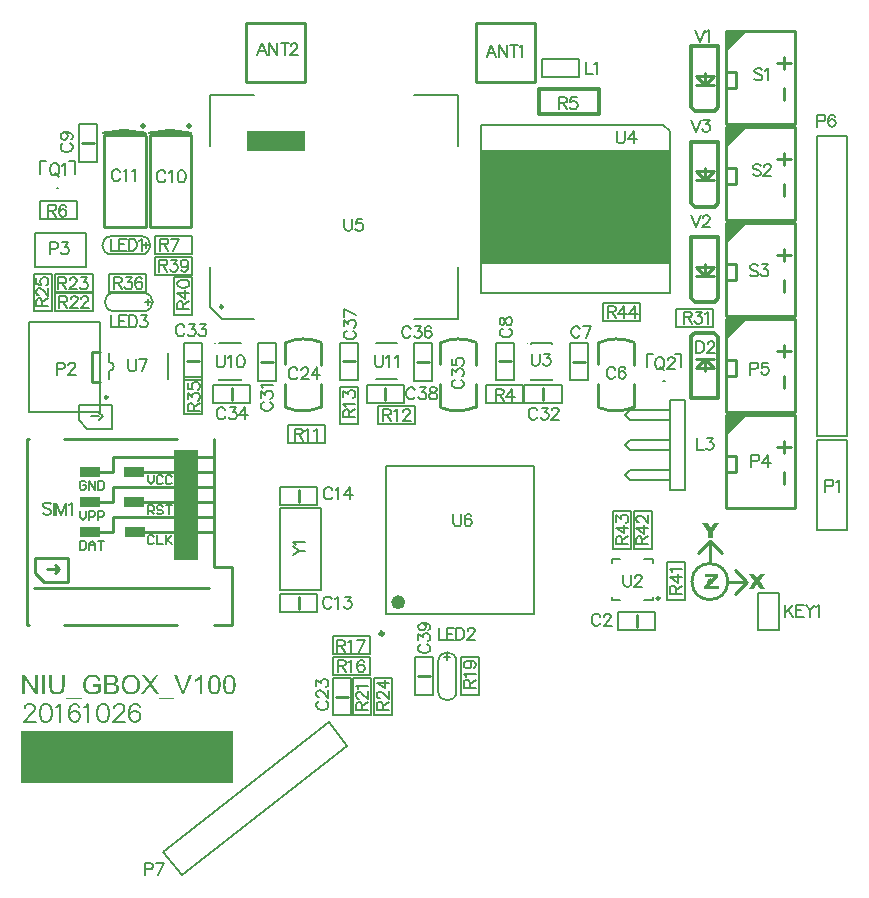
<source format=gto>
G04 Layer_Color=65535*
%FSLAX25Y25*%
%MOIN*%
G70*
G01*
G75*
%ADD10C,0.00787*%
%ADD11C,0.00984*%
%ADD12C,0.01000*%
%ADD13C,0.00394*%
%ADD14C,0.01181*%
%ADD15C,0.02362*%
%ADD16C,0.01500*%
%ADD17C,0.01969*%
%ADD18C,0.01200*%
%ADD19C,0.00500*%
%ADD20C,0.00800*%
%ADD21C,0.00700*%
%ADD22C,0.00600*%
%ADD23R,0.62992X0.38200*%
%ADD24R,0.19500X0.07000*%
%ADD25R,0.08100X0.36500*%
%ADD26R,0.07100X0.03600*%
%ADD27R,0.70600X0.17800*%
G36*
X352578Y811310D02*
X352656D01*
X352754Y811300D01*
X352851Y811281D01*
X352968Y811271D01*
X353212Y811212D01*
X353486Y811134D01*
X353759Y811037D01*
X353895Y810968D01*
X354032Y810890D01*
X354042D01*
X354061Y810871D01*
X354100Y810851D01*
X354149Y810812D01*
X354208Y810773D01*
X354276Y810715D01*
X354432Y810588D01*
X354608Y810422D01*
X354793Y810217D01*
X354959Y809983D01*
X355116Y809709D01*
Y809700D01*
X355135Y809670D01*
X355155Y809631D01*
X355174Y809573D01*
X355203Y809504D01*
X355233Y809416D01*
X355272Y809319D01*
X355311Y809212D01*
X355340Y809085D01*
X355379Y808958D01*
X355438Y808665D01*
X355477Y808343D01*
X355496Y807992D01*
Y807982D01*
Y807952D01*
Y807894D01*
X355486Y807826D01*
Y807738D01*
X355477Y807640D01*
X355467Y807533D01*
X355447Y807406D01*
X355399Y807133D01*
X355330Y806840D01*
X355233Y806537D01*
X355096Y806244D01*
Y806235D01*
X355077Y806215D01*
X355057Y806176D01*
X355028Y806118D01*
X354979Y806059D01*
X354930Y805981D01*
X354813Y805815D01*
X354657Y805630D01*
X354462Y805434D01*
X354237Y805249D01*
X353983Y805083D01*
X353974D01*
X353954Y805064D01*
X353915Y805044D01*
X353856Y805025D01*
X353788Y804995D01*
X353710Y804956D01*
X353622Y804927D01*
X353515Y804888D01*
X353290Y804819D01*
X353027Y804751D01*
X352734Y804712D01*
X352432Y804693D01*
X352344D01*
X352275Y804702D01*
X352197D01*
X352109Y804712D01*
X352002Y804732D01*
X351885Y804751D01*
X351641Y804800D01*
X351368Y804878D01*
X351085Y804985D01*
X350948Y805044D01*
X350811Y805122D01*
X350802Y805132D01*
X350782Y805142D01*
X350743Y805171D01*
X350694Y805200D01*
X350636Y805249D01*
X350567Y805298D01*
X350411Y805434D01*
X350236Y805610D01*
X350050Y805805D01*
X349884Y806049D01*
X349728Y806313D01*
Y806323D01*
X349709Y806352D01*
X349699Y806391D01*
X349669Y806449D01*
X349640Y806518D01*
X349611Y806596D01*
X349582Y806693D01*
X349552Y806801D01*
X349513Y806918D01*
X349484Y807035D01*
X349425Y807308D01*
X349386Y807601D01*
X349367Y807913D01*
Y807933D01*
Y807982D01*
X349377Y808070D01*
Y808177D01*
X349396Y808314D01*
X349416Y808470D01*
X349435Y808636D01*
X349474Y808831D01*
X349523Y809026D01*
X349572Y809231D01*
X349640Y809436D01*
X349728Y809641D01*
X349826Y809846D01*
X349933Y810051D01*
X350070Y810236D01*
X350216Y810412D01*
X350226Y810422D01*
X350255Y810451D01*
X350304Y810500D01*
X350372Y810558D01*
X350460Y810627D01*
X350558Y810695D01*
X350675Y810783D01*
X350811Y810871D01*
X350968Y810949D01*
X351133Y811037D01*
X351319Y811105D01*
X351514Y811183D01*
X351719Y811232D01*
X351943Y811281D01*
X352187Y811310D01*
X352432Y811320D01*
X352519D01*
X352578Y811310D01*
D02*
G37*
G36*
X380443Y811232D02*
X380560Y811212D01*
X380697Y811193D01*
X380853Y811154D01*
X381009Y811095D01*
X381155Y811027D01*
X381175Y811017D01*
X381224Y810988D01*
X381292Y810939D01*
X381389Y810880D01*
X381487Y810793D01*
X381594Y810685D01*
X381702Y810568D01*
X381799Y810431D01*
X381809Y810412D01*
X381838Y810363D01*
X381887Y810275D01*
X381946Y810168D01*
X382004Y810031D01*
X382073Y809865D01*
X382141Y809680D01*
X382200Y809475D01*
Y809465D01*
X382209Y809446D01*
Y809416D01*
X382219Y809368D01*
X382239Y809319D01*
X382248Y809251D01*
X382258Y809163D01*
X382278Y809075D01*
X382287Y808967D01*
X382297Y808860D01*
X382317Y808733D01*
X382326Y808597D01*
X382336Y808450D01*
Y808304D01*
X382346Y807962D01*
Y807952D01*
Y807913D01*
Y807855D01*
Y807777D01*
X382336Y807679D01*
Y807572D01*
X382326Y807445D01*
X382317Y807308D01*
X382287Y807016D01*
X382248Y806713D01*
X382190Y806410D01*
X382151Y806274D01*
X382112Y806137D01*
Y806127D01*
X382102Y806108D01*
X382092Y806069D01*
X382073Y806020D01*
X382043Y805961D01*
X382014Y805903D01*
X381936Y805747D01*
X381838Y805571D01*
X381721Y805395D01*
X381585Y805220D01*
X381419Y805064D01*
X381409D01*
X381399Y805044D01*
X381370Y805034D01*
X381341Y805005D01*
X381233Y804946D01*
X381106Y804878D01*
X380931Y804810D01*
X380735Y804751D01*
X380511Y804712D01*
X380257Y804693D01*
X380169D01*
X380101Y804702D01*
X380023Y804712D01*
X379935Y804732D01*
X379838Y804751D01*
X379730Y804771D01*
X379496Y804849D01*
X379369Y804907D01*
X379252Y804966D01*
X379125Y805044D01*
X379008Y805132D01*
X378901Y805229D01*
X378793Y805347D01*
X378783Y805356D01*
X378764Y805386D01*
X378735Y805434D01*
X378696Y805503D01*
X378647Y805591D01*
X378598Y805698D01*
X378539Y805825D01*
X378481Y805981D01*
X378422Y806147D01*
X378364Y806342D01*
X378315Y806557D01*
X378266Y806791D01*
X378227Y807055D01*
X378198Y807328D01*
X378178Y807640D01*
X378169Y807962D01*
Y807972D01*
Y808011D01*
Y808070D01*
Y808148D01*
X378178Y808245D01*
Y808353D01*
X378188Y808479D01*
X378198Y808616D01*
X378227Y808909D01*
X378266Y809212D01*
X378315Y809514D01*
X378354Y809651D01*
X378393Y809787D01*
Y809797D01*
X378403Y809817D01*
X378422Y809856D01*
X378442Y809904D01*
X378461Y809963D01*
X378491Y810031D01*
X378569Y810188D01*
X378666Y810363D01*
X378783Y810539D01*
X378920Y810705D01*
X379086Y810861D01*
X379096D01*
X379106Y810880D01*
X379135Y810900D01*
X379174Y810919D01*
X379272Y810978D01*
X379408Y811056D01*
X379574Y811125D01*
X379779Y811183D01*
X380003Y811222D01*
X380257Y811242D01*
X380345D01*
X380443Y811232D01*
D02*
G37*
G36*
X370234Y804800D02*
X369365D01*
X366876Y811212D01*
X367804D01*
X369463Y806557D01*
Y806547D01*
X369473Y806528D01*
X369482Y806498D01*
X369502Y806459D01*
X369531Y806352D01*
X369580Y806215D01*
X369638Y806049D01*
X369697Y805874D01*
X369804Y805503D01*
Y805513D01*
X369814Y805522D01*
X369824Y805552D01*
X369834Y805591D01*
X369863Y805698D01*
X369902Y805835D01*
X369951Y805991D01*
X370009Y806166D01*
X370078Y806362D01*
X370146Y806557D01*
X371883Y811212D01*
X372742D01*
X370234Y804800D01*
D02*
G37*
G36*
X330306Y807504D02*
Y807494D01*
Y807465D01*
Y807416D01*
Y807347D01*
X330296Y807259D01*
Y807172D01*
X330286Y807064D01*
X330276Y806947D01*
X330247Y806703D01*
X330208Y806449D01*
X330159Y806196D01*
X330081Y805971D01*
Y805961D01*
X330071Y805942D01*
X330062Y805913D01*
X330042Y805874D01*
X329983Y805776D01*
X329905Y805639D01*
X329798Y805493D01*
X329661Y805337D01*
X329486Y805190D01*
X329291Y805044D01*
X329281D01*
X329261Y805025D01*
X329232Y805015D01*
X329183Y804985D01*
X329134Y804966D01*
X329066Y804937D01*
X328978Y804898D01*
X328890Y804868D01*
X328793Y804839D01*
X328676Y804800D01*
X328559Y804771D01*
X328422Y804751D01*
X328129Y804712D01*
X327797Y804693D01*
X327709D01*
X327651Y804702D01*
X327573D01*
X327485Y804712D01*
X327387Y804722D01*
X327280Y804732D01*
X327046Y804771D01*
X326802Y804819D01*
X326548Y804898D01*
X326324Y804995D01*
X326314D01*
X326294Y805015D01*
X326275Y805025D01*
X326236Y805054D01*
X326128Y805122D01*
X326011Y805229D01*
X325875Y805356D01*
X325748Y805503D01*
X325621Y805688D01*
X325513Y805893D01*
Y805903D01*
X325504Y805922D01*
X325494Y805952D01*
X325474Y806001D01*
X325455Y806059D01*
X325435Y806137D01*
X325416Y806225D01*
X325396Y806323D01*
X325367Y806430D01*
X325347Y806547D01*
X325328Y806684D01*
X325308Y806820D01*
X325289Y806977D01*
X325279Y807142D01*
X325269Y807318D01*
Y807504D01*
Y811212D01*
X326119D01*
Y807504D01*
Y807494D01*
Y807465D01*
Y807425D01*
Y807367D01*
Y807299D01*
X326128Y807220D01*
X326138Y807035D01*
X326158Y806840D01*
X326177Y806635D01*
X326216Y806440D01*
X326236Y806352D01*
X326265Y806274D01*
X326275Y806254D01*
X326294Y806205D01*
X326333Y806137D01*
X326392Y806049D01*
X326460Y805952D01*
X326558Y805844D01*
X326665Y805747D01*
X326802Y805659D01*
X326821Y805649D01*
X326870Y805630D01*
X326948Y805591D01*
X327056Y805561D01*
X327192Y805522D01*
X327348Y805483D01*
X327524Y805464D01*
X327719Y805454D01*
X327807D01*
X327875Y805464D01*
X327953D01*
X328041Y805473D01*
X328237Y805503D01*
X328461Y805561D01*
X328676Y805630D01*
X328881Y805737D01*
X328978Y805795D01*
X329056Y805874D01*
Y805883D01*
X329076Y805893D01*
X329095Y805922D01*
X329115Y805961D01*
X329154Y806010D01*
X329183Y806069D01*
X329222Y806147D01*
X329261Y806235D01*
X329291Y806342D01*
X329330Y806459D01*
X329369Y806586D01*
X329398Y806742D01*
X329417Y806908D01*
X329437Y807084D01*
X329456Y807289D01*
Y807504D01*
Y811212D01*
X330306D01*
Y807504D01*
D02*
G37*
G36*
X346205Y811203D02*
X346273D01*
X346439Y811193D01*
X346624Y811164D01*
X346819Y811134D01*
X347015Y811085D01*
X347190Y811017D01*
X347200D01*
X347210Y811007D01*
X347269Y810978D01*
X347347Y810929D01*
X347444Y810871D01*
X347561Y810783D01*
X347678Y810676D01*
X347786Y810558D01*
X347893Y810412D01*
X347903Y810392D01*
X347932Y810344D01*
X347971Y810256D01*
X348020Y810149D01*
X348069Y810022D01*
X348108Y809885D01*
X348137Y809729D01*
X348147Y809563D01*
Y809543D01*
Y809495D01*
X348137Y809416D01*
X348118Y809309D01*
X348088Y809192D01*
X348049Y809065D01*
X348001Y808919D01*
X347922Y808782D01*
X347913Y808763D01*
X347883Y808724D01*
X347825Y808655D01*
X347757Y808577D01*
X347659Y808479D01*
X347542Y808392D01*
X347405Y808294D01*
X347239Y808206D01*
X347249D01*
X347269Y808197D01*
X347298Y808187D01*
X347337Y808177D01*
X347444Y808128D01*
X347571Y808070D01*
X347717Y807982D01*
X347864Y807884D01*
X348010Y807767D01*
X348137Y807621D01*
X348147Y807601D01*
X348186Y807552D01*
X348235Y807465D01*
X348303Y807347D01*
X348362Y807201D01*
X348410Y807045D01*
X348449Y806859D01*
X348459Y806654D01*
Y806635D01*
Y806576D01*
X348449Y806489D01*
X348440Y806381D01*
X348410Y806254D01*
X348381Y806108D01*
X348332Y805961D01*
X348264Y805815D01*
X348254Y805795D01*
X348235Y805747D01*
X348186Y805678D01*
X348137Y805591D01*
X348069Y805493D01*
X347991Y805395D01*
X347893Y805298D01*
X347796Y805210D01*
X347786Y805200D01*
X347747Y805181D01*
X347688Y805142D01*
X347600Y805093D01*
X347503Y805044D01*
X347376Y804995D01*
X347239Y804946D01*
X347093Y804898D01*
X347073D01*
X347015Y804878D01*
X346927Y804868D01*
X346810Y804849D01*
X346654Y804829D01*
X346478Y804819D01*
X346283Y804800D01*
X343618D01*
Y811212D01*
X346136D01*
X346205Y811203D01*
D02*
G37*
G36*
X323766Y804800D02*
X322917D01*
Y811212D01*
X323766D01*
Y804800D01*
D02*
G37*
G36*
X385420Y811232D02*
X385537Y811212D01*
X385674Y811193D01*
X385830Y811154D01*
X385986Y811095D01*
X386133Y811027D01*
X386152Y811017D01*
X386201Y810988D01*
X386269Y810939D01*
X386367Y810880D01*
X386465Y810793D01*
X386572Y810685D01*
X386679Y810568D01*
X386777Y810431D01*
X386787Y810412D01*
X386816Y810363D01*
X386865Y810275D01*
X386923Y810168D01*
X386982Y810031D01*
X387050Y809865D01*
X387119Y809680D01*
X387177Y809475D01*
Y809465D01*
X387187Y809446D01*
Y809416D01*
X387197Y809368D01*
X387216Y809319D01*
X387226Y809251D01*
X387236Y809163D01*
X387255Y809075D01*
X387265Y808967D01*
X387275Y808860D01*
X387294Y808733D01*
X387304Y808597D01*
X387314Y808450D01*
Y808304D01*
X387323Y807962D01*
Y807952D01*
Y807913D01*
Y807855D01*
Y807777D01*
X387314Y807679D01*
Y807572D01*
X387304Y807445D01*
X387294Y807308D01*
X387265Y807016D01*
X387226Y806713D01*
X387167Y806410D01*
X387128Y806274D01*
X387089Y806137D01*
Y806127D01*
X387080Y806108D01*
X387070Y806069D01*
X387050Y806020D01*
X387021Y805961D01*
X386992Y805903D01*
X386914Y805747D01*
X386816Y805571D01*
X386699Y805395D01*
X386562Y805220D01*
X386396Y805064D01*
X386387D01*
X386377Y805044D01*
X386348Y805034D01*
X386318Y805005D01*
X386211Y804946D01*
X386084Y804878D01*
X385908Y804810D01*
X385713Y804751D01*
X385489Y804712D01*
X385235Y804693D01*
X385147D01*
X385079Y804702D01*
X385001Y804712D01*
X384913Y804732D01*
X384815Y804751D01*
X384708Y804771D01*
X384474Y804849D01*
X384347Y804907D01*
X384230Y804966D01*
X384103Y805044D01*
X383986Y805132D01*
X383878Y805229D01*
X383771Y805347D01*
X383761Y805356D01*
X383742Y805386D01*
X383712Y805434D01*
X383673Y805503D01*
X383625Y805591D01*
X383576Y805698D01*
X383517Y805825D01*
X383459Y805981D01*
X383400Y806147D01*
X383341Y806342D01*
X383293Y806557D01*
X383244Y806791D01*
X383205Y807055D01*
X383175Y807328D01*
X383156Y807640D01*
X383146Y807962D01*
Y807972D01*
Y808011D01*
Y808070D01*
Y808148D01*
X383156Y808245D01*
Y808353D01*
X383166Y808479D01*
X383175Y808616D01*
X383205Y808909D01*
X383244Y809212D01*
X383293Y809514D01*
X383332Y809651D01*
X383371Y809787D01*
Y809797D01*
X383381Y809817D01*
X383400Y809856D01*
X383419Y809904D01*
X383439Y809963D01*
X383468Y810031D01*
X383546Y810188D01*
X383644Y810363D01*
X383761Y810539D01*
X383898Y810705D01*
X384064Y810861D01*
X384073D01*
X384083Y810880D01*
X384113Y810900D01*
X384152Y810919D01*
X384249Y810978D01*
X384386Y811056D01*
X384552Y811125D01*
X384757Y811183D01*
X384981Y811222D01*
X385235Y811242D01*
X385323D01*
X385420Y811232D01*
D02*
G37*
G36*
X376158Y804800D02*
X375367D01*
Y809817D01*
X375358Y809807D01*
X375319Y809768D01*
X375250Y809719D01*
X375163Y809651D01*
X375055Y809563D01*
X374928Y809475D01*
X374782Y809368D01*
X374616Y809270D01*
X374606D01*
X374597Y809260D01*
X374538Y809221D01*
X374450Y809173D01*
X374343Y809114D01*
X374216Y809046D01*
X374079Y808987D01*
X373933Y808919D01*
X373796Y808860D01*
Y809631D01*
X373806D01*
X373825Y809641D01*
X373865Y809661D01*
X373903Y809690D01*
X373962Y809719D01*
X374030Y809748D01*
X374187Y809836D01*
X374362Y809943D01*
X374557Y810070D01*
X374753Y810217D01*
X374938Y810373D01*
X374948Y810383D01*
X374958Y810392D01*
X375016Y810451D01*
X375104Y810539D01*
X375211Y810646D01*
X375328Y810783D01*
X375446Y810929D01*
X375553Y811085D01*
X375641Y811242D01*
X376158D01*
Y804800D01*
D02*
G37*
G36*
X548221Y843860D02*
X545372Y840893D01*
X548329D01*
Y839800D01*
X543517D01*
Y840854D01*
X546328Y843792D01*
X543790D01*
Y844875D01*
X548221D01*
Y843860D01*
D02*
G37*
G36*
X339861Y811310D02*
X339939D01*
X340105Y811290D01*
X340290Y811261D01*
X340505Y811222D01*
X340720Y811164D01*
X340934Y811085D01*
X340944D01*
X340964Y811076D01*
X340993Y811066D01*
X341032Y811046D01*
X341129Y810998D01*
X341256Y810919D01*
X341403Y810832D01*
X341549Y810724D01*
X341695Y810607D01*
X341822Y810461D01*
X341832Y810441D01*
X341871Y810392D01*
X341930Y810305D01*
X342008Y810178D01*
X342086Y810031D01*
X342164Y809856D01*
X342242Y809651D01*
X342310Y809416D01*
X341539Y809202D01*
Y809212D01*
X341530Y809221D01*
X341520Y809280D01*
X341481Y809368D01*
X341442Y809485D01*
X341393Y809602D01*
X341334Y809729D01*
X341266Y809856D01*
X341188Y809973D01*
X341178Y809983D01*
X341149Y810022D01*
X341100Y810070D01*
X341032Y810139D01*
X340944Y810207D01*
X340837Y810285D01*
X340720Y810353D01*
X340573Y810422D01*
X340554Y810431D01*
X340505Y810451D01*
X340417Y810480D01*
X340310Y810510D01*
X340183Y810539D01*
X340036Y810568D01*
X339870Y810588D01*
X339695Y810597D01*
X339597D01*
X339490Y810588D01*
X339353Y810578D01*
X339197Y810549D01*
X339021Y810519D01*
X338855Y810471D01*
X338689Y810412D01*
X338670Y810402D01*
X338621Y810383D01*
X338543Y810344D01*
X338445Y810285D01*
X338338Y810217D01*
X338221Y810139D01*
X338114Y810051D01*
X338006Y809943D01*
X337997Y809934D01*
X337967Y809895D01*
X337918Y809836D01*
X337860Y809758D01*
X337791Y809661D01*
X337723Y809553D01*
X337665Y809436D01*
X337606Y809309D01*
Y809299D01*
X337596Y809280D01*
X337587Y809251D01*
X337567Y809202D01*
X337547Y809153D01*
X337528Y809085D01*
X337489Y808928D01*
X337440Y808733D01*
X337401Y808519D01*
X337372Y808275D01*
X337362Y808021D01*
Y808011D01*
Y807982D01*
Y807943D01*
X337372Y807874D01*
Y807806D01*
X337382Y807718D01*
X337391Y807621D01*
X337401Y807523D01*
X337430Y807289D01*
X337489Y807045D01*
X337557Y806811D01*
X337655Y806576D01*
Y806567D01*
X337665Y806547D01*
X337684Y806518D01*
X337713Y806479D01*
X337782Y806381D01*
X337870Y806254D01*
X337987Y806118D01*
X338133Y805971D01*
X338309Y805835D01*
X338504Y805717D01*
X338514D01*
X338533Y805708D01*
X338563Y805688D01*
X338602Y805678D01*
X338650Y805659D01*
X338719Y805630D01*
X338865Y805581D01*
X339051Y805532D01*
X339246Y805483D01*
X339470Y805454D01*
X339704Y805444D01*
X339802D01*
X339909Y805454D01*
X340046Y805473D01*
X340202Y805493D01*
X340388Y805532D01*
X340583Y805581D01*
X340778Y805649D01*
X340788D01*
X340798Y805659D01*
X340827Y805669D01*
X340866Y805688D01*
X340964Y805727D01*
X341081Y805786D01*
X341208Y805854D01*
X341334Y805932D01*
X341461Y806020D01*
X341578Y806108D01*
Y807318D01*
X339695D01*
Y808070D01*
X342408D01*
Y805688D01*
X342398Y805678D01*
X342379Y805669D01*
X342349Y805639D01*
X342301Y805610D01*
X342242Y805561D01*
X342174Y805522D01*
X342008Y805405D01*
X341813Y805288D01*
X341598Y805161D01*
X341354Y805044D01*
X341110Y804937D01*
X341100D01*
X341081Y804927D01*
X341042Y804917D01*
X340993Y804898D01*
X340934Y804878D01*
X340866Y804859D01*
X340778Y804839D01*
X340690Y804819D01*
X340485Y804771D01*
X340261Y804732D01*
X340007Y804702D01*
X339753Y804693D01*
X339665D01*
X339597Y804702D01*
X339509D01*
X339412Y804712D01*
X339304Y804722D01*
X339187Y804741D01*
X338914Y804790D01*
X338631Y804859D01*
X338328Y804956D01*
X338035Y805093D01*
X338026Y805103D01*
X338006Y805112D01*
X337957Y805132D01*
X337909Y805171D01*
X337840Y805210D01*
X337772Y805259D01*
X337606Y805386D01*
X337411Y805552D01*
X337225Y805756D01*
X337040Y805991D01*
X336874Y806254D01*
Y806264D01*
X336855Y806293D01*
X336835Y806332D01*
X336816Y806391D01*
X336786Y806459D01*
X336747Y806547D01*
X336718Y806645D01*
X336679Y806762D01*
X336640Y806879D01*
X336611Y807016D01*
X336542Y807308D01*
X336503Y807630D01*
X336484Y807972D01*
Y807982D01*
Y808011D01*
Y808060D01*
X336493Y808128D01*
Y808216D01*
X336503Y808314D01*
X336513Y808421D01*
X336532Y808538D01*
X336581Y808811D01*
X336650Y809104D01*
X336747Y809416D01*
X336874Y809719D01*
Y809729D01*
X336894Y809758D01*
X336913Y809797D01*
X336942Y809856D01*
X336991Y809924D01*
X337040Y809992D01*
X337157Y810178D01*
X337323Y810373D01*
X337509Y810568D01*
X337743Y810754D01*
X337860Y810841D01*
X337997Y810919D01*
X338006D01*
X338026Y810939D01*
X338075Y810959D01*
X338123Y810978D01*
X338192Y811017D01*
X338280Y811046D01*
X338377Y811085D01*
X338485Y811125D01*
X338602Y811154D01*
X338728Y811193D01*
X339021Y811261D01*
X339334Y811300D01*
X339685Y811320D01*
X339802D01*
X339861Y811310D01*
D02*
G37*
G36*
X546460Y858918D02*
Y856800D01*
X544889D01*
Y858918D01*
X542917Y861875D01*
X544654D01*
X545670Y860167D01*
X546694Y861875D01*
X548432D01*
X546460Y858918D01*
D02*
G37*
G36*
X562204Y842516D02*
X563932Y839900D01*
X562175D01*
X561169Y841530D01*
X560164Y839900D01*
X558417D01*
X560164Y842545D01*
X558573Y844975D01*
X560301D01*
X561199Y843414D01*
X562077Y844975D01*
X563785D01*
X562204Y842516D01*
D02*
G37*
G36*
X321346Y804800D02*
X320477D01*
X317110Y809836D01*
Y804800D01*
X316300D01*
Y811212D01*
X317159D01*
X320536Y806176D01*
Y811212D01*
X321346D01*
Y804800D01*
D02*
G37*
G36*
X366945Y803024D02*
X361733D01*
Y803590D01*
X366945D01*
Y803024D01*
D02*
G37*
G36*
X359400Y808157D02*
X361811Y804800D01*
X360767D01*
X359146Y807084D01*
X359137Y807094D01*
X359127Y807113D01*
X359098Y807152D01*
X359059Y807211D01*
X358980Y807328D01*
X358883Y807474D01*
X358873Y807465D01*
X358844Y807425D01*
X358815Y807367D01*
X358766Y807289D01*
X358658Y807142D01*
X358610Y807074D01*
X358571Y807016D01*
X356950Y804800D01*
X355935D01*
X358414Y808118D01*
X356228Y811212D01*
X357233D01*
X358405Y809563D01*
Y809553D01*
X358424Y809543D01*
X358463Y809475D01*
X358531Y809387D01*
X358600Y809280D01*
X358688Y809153D01*
X358775Y809016D01*
X358844Y808899D01*
X358912Y808782D01*
X358922Y808802D01*
X358951Y808841D01*
X359000Y808909D01*
X359059Y808997D01*
X359127Y809104D01*
X359215Y809231D01*
X359312Y809358D01*
X359420Y809495D01*
X360708Y811212D01*
X361635D01*
X359400Y808157D01*
D02*
G37*
G36*
X336103Y803024D02*
X330891D01*
Y803590D01*
X336103D01*
Y803024D01*
D02*
G37*
%LPC*%
G36*
X352432Y810588D02*
X352344D01*
X352285Y810578D01*
X352207Y810568D01*
X352109Y810558D01*
X352012Y810539D01*
X351905Y810510D01*
X351660Y810431D01*
X351534Y810383D01*
X351407Y810324D01*
X351270Y810256D01*
X351143Y810168D01*
X351016Y810070D01*
X350889Y809963D01*
X350880Y809953D01*
X350860Y809934D01*
X350831Y809895D01*
X350792Y809846D01*
X350743Y809778D01*
X350684Y809690D01*
X350626Y809592D01*
X350567Y809475D01*
X350509Y809338D01*
X350450Y809192D01*
X350392Y809026D01*
X350343Y808831D01*
X350304Y808626D01*
X350275Y808411D01*
X350255Y808167D01*
X350245Y807904D01*
Y807894D01*
Y807855D01*
Y807796D01*
X350255Y807708D01*
X350265Y807611D01*
X350275Y807504D01*
X350294Y807377D01*
X350323Y807240D01*
X350392Y806947D01*
X350450Y806801D01*
X350509Y806645D01*
X350577Y806498D01*
X350655Y806352D01*
X350753Y806205D01*
X350860Y806079D01*
X350870Y806069D01*
X350889Y806049D01*
X350928Y806020D01*
X350977Y805971D01*
X351036Y805922D01*
X351104Y805874D01*
X351192Y805805D01*
X351290Y805747D01*
X351397Y805688D01*
X351514Y805630D01*
X351641Y805571D01*
X351787Y805522D01*
X351934Y805473D01*
X352090Y805444D01*
X352246Y805425D01*
X352422Y805415D01*
X352510D01*
X352578Y805425D01*
X352666Y805434D01*
X352754Y805454D01*
X352861Y805473D01*
X352978Y805503D01*
X353222Y805581D01*
X353359Y805630D01*
X353486Y805698D01*
X353622Y805776D01*
X353749Y805864D01*
X353876Y805961D01*
X353993Y806079D01*
X354003Y806088D01*
X354022Y806108D01*
X354052Y806147D01*
X354091Y806205D01*
X354139Y806274D01*
X354188Y806362D01*
X354247Y806459D01*
X354305Y806567D01*
X354364Y806703D01*
X354423Y806840D01*
X354471Y806996D01*
X354520Y807172D01*
X354559Y807357D01*
X354589Y807552D01*
X354608Y807767D01*
X354618Y807992D01*
Y808001D01*
Y808031D01*
Y808070D01*
Y808118D01*
X354608Y808187D01*
Y808275D01*
X354589Y808460D01*
X354549Y808665D01*
X354501Y808899D01*
X354432Y809133D01*
X354345Y809358D01*
Y809368D01*
X354335Y809387D01*
X354315Y809416D01*
X354296Y809455D01*
X354237Y809563D01*
X354149Y809690D01*
X354042Y809836D01*
X353905Y809992D01*
X353749Y810139D01*
X353573Y810266D01*
X353564D01*
X353554Y810275D01*
X353525Y810295D01*
X353486Y810314D01*
X353378Y810363D01*
X353242Y810431D01*
X353076Y810490D01*
X352881Y810539D01*
X352666Y810578D01*
X352432Y810588D01*
D02*
G37*
G36*
X380247D02*
X380199D01*
X380160Y810578D01*
X380062Y810568D01*
X379935Y810529D01*
X379799Y810471D01*
X379652Y810392D01*
X379506Y810275D01*
X379437Y810197D01*
X379379Y810119D01*
Y810109D01*
X379359Y810090D01*
X379340Y810051D01*
X379320Y810002D01*
X379291Y809934D01*
X379252Y809856D01*
X379213Y809748D01*
X379184Y809631D01*
X379145Y809495D01*
X379106Y809338D01*
X379076Y809163D01*
X379037Y808958D01*
X379018Y808743D01*
X378998Y808509D01*
X378979Y808245D01*
Y807962D01*
Y807943D01*
Y807894D01*
Y807816D01*
X378989Y807708D01*
Y807582D01*
X378998Y807435D01*
X379008Y807269D01*
X379028Y807103D01*
X379067Y806752D01*
X379135Y806401D01*
X379174Y806244D01*
X379223Y806098D01*
X379281Y805961D01*
X379340Y805854D01*
Y805844D01*
X379359Y805835D01*
X379408Y805776D01*
X379486Y805688D01*
X379594Y805600D01*
X379730Y805503D01*
X379886Y805415D01*
X380062Y805356D01*
X380160Y805347D01*
X380257Y805337D01*
X380306D01*
X380345Y805347D01*
X380443Y805366D01*
X380570Y805405D01*
X380716Y805464D01*
X380862Y805552D01*
X380941Y805610D01*
X381019Y805688D01*
X381097Y805766D01*
X381165Y805854D01*
Y805864D01*
X381185Y805883D01*
X381204Y805913D01*
X381224Y805961D01*
X381253Y806020D01*
X381282Y806108D01*
X381311Y806205D01*
X381350Y806313D01*
X381389Y806449D01*
X381419Y806596D01*
X381448Y806771D01*
X381477Y806967D01*
X381507Y807181D01*
X381516Y807416D01*
X381536Y807679D01*
Y807962D01*
Y807982D01*
Y808031D01*
Y808109D01*
X381526Y808216D01*
Y808343D01*
X381516Y808489D01*
X381507Y808645D01*
X381487Y808821D01*
X381448Y809173D01*
X381380Y809514D01*
X381341Y809680D01*
X381292Y809826D01*
X381233Y809953D01*
X381165Y810061D01*
Y810070D01*
X381145Y810080D01*
X381097Y810139D01*
X381019Y810227D01*
X380911Y810324D01*
X380775Y810422D01*
X380618Y810510D01*
X380443Y810568D01*
X380345Y810578D01*
X380247Y810588D01*
D02*
G37*
G36*
X346156Y807757D02*
X344467D01*
Y805552D01*
X346283D01*
X346478Y805561D01*
X346566Y805571D01*
X346634Y805581D01*
X346644D01*
X346683Y805591D01*
X346741Y805600D01*
X346810Y805620D01*
X346966Y805669D01*
X347122Y805747D01*
X347132Y805756D01*
X347161Y805766D01*
X347190Y805795D01*
X347239Y805844D01*
X347298Y805893D01*
X347347Y805952D01*
X347405Y806030D01*
X347454Y806108D01*
X347464Y806118D01*
X347473Y806147D01*
X347493Y806196D01*
X347522Y806264D01*
X347542Y806342D01*
X347561Y806440D01*
X347571Y806537D01*
X347581Y806654D01*
Y806674D01*
Y806713D01*
X347571Y806781D01*
X347561Y806859D01*
X347532Y806957D01*
X347503Y807064D01*
X347454Y807172D01*
X347386Y807269D01*
X347376Y807279D01*
X347356Y807318D01*
X347307Y807357D01*
X347249Y807416D01*
X347181Y807484D01*
X347093Y807543D01*
X346995Y807601D01*
X346878Y807650D01*
X346859Y807660D01*
X346819Y807669D01*
X346741Y807689D01*
X346644Y807708D01*
X346507Y807728D01*
X346351Y807738D01*
X346156Y807757D01*
D02*
G37*
G36*
X345980Y810461D02*
X344467D01*
Y808509D01*
X346039D01*
X346156Y808519D01*
X346292Y808528D01*
X346429Y808538D01*
X346546Y808558D01*
X346654Y808577D01*
X346663Y808587D01*
X346702Y808597D01*
X346761Y808616D01*
X346839Y808655D01*
X346917Y808694D01*
X346995Y808753D01*
X347073Y808821D01*
X347142Y808899D01*
X347151Y808909D01*
X347171Y808938D01*
X347190Y808987D01*
X347229Y809055D01*
X347259Y809133D01*
X347278Y809231D01*
X347298Y809338D01*
X347307Y809465D01*
Y809475D01*
Y809524D01*
X347298Y809582D01*
X347288Y809661D01*
X347269Y809748D01*
X347239Y809836D01*
X347200Y809934D01*
X347151Y810031D01*
X347142Y810041D01*
X347122Y810070D01*
X347083Y810109D01*
X347034Y810168D01*
X346976Y810217D01*
X346898Y810275D01*
X346810Y810324D01*
X346712Y810363D01*
X346702D01*
X346654Y810383D01*
X346585Y810392D01*
X346488Y810412D01*
X346351Y810431D01*
X346185Y810441D01*
X345980Y810461D01*
D02*
G37*
G36*
X385225Y810588D02*
X385176D01*
X385137Y810578D01*
X385040Y810568D01*
X384913Y810529D01*
X384776Y810471D01*
X384630Y810392D01*
X384483Y810275D01*
X384415Y810197D01*
X384356Y810119D01*
Y810109D01*
X384337Y810090D01*
X384317Y810051D01*
X384298Y810002D01*
X384269Y809934D01*
X384230Y809856D01*
X384191Y809748D01*
X384161Y809631D01*
X384122Y809495D01*
X384083Y809338D01*
X384054Y809163D01*
X384015Y808958D01*
X383995Y808743D01*
X383976Y808509D01*
X383956Y808245D01*
Y807962D01*
Y807943D01*
Y807894D01*
Y807816D01*
X383966Y807708D01*
Y807582D01*
X383976Y807435D01*
X383986Y807269D01*
X384005Y807103D01*
X384044Y806752D01*
X384113Y806401D01*
X384152Y806244D01*
X384200Y806098D01*
X384259Y805961D01*
X384317Y805854D01*
Y805844D01*
X384337Y805835D01*
X384386Y805776D01*
X384464Y805688D01*
X384571Y805600D01*
X384708Y805503D01*
X384864Y805415D01*
X385040Y805356D01*
X385137Y805347D01*
X385235Y805337D01*
X385284D01*
X385323Y805347D01*
X385420Y805366D01*
X385547Y805405D01*
X385694Y805464D01*
X385840Y805552D01*
X385918Y805610D01*
X385996Y805688D01*
X386074Y805766D01*
X386143Y805854D01*
Y805864D01*
X386162Y805883D01*
X386182Y805913D01*
X386201Y805961D01*
X386230Y806020D01*
X386260Y806108D01*
X386289Y806205D01*
X386328Y806313D01*
X386367Y806449D01*
X386396Y806596D01*
X386426Y806771D01*
X386455Y806967D01*
X386484Y807181D01*
X386494Y807416D01*
X386513Y807679D01*
Y807962D01*
Y807982D01*
Y808031D01*
Y808109D01*
X386504Y808216D01*
Y808343D01*
X386494Y808489D01*
X386484Y808645D01*
X386465Y808821D01*
X386426Y809173D01*
X386357Y809514D01*
X386318Y809680D01*
X386269Y809826D01*
X386211Y809953D01*
X386143Y810061D01*
Y810070D01*
X386123Y810080D01*
X386074Y810139D01*
X385996Y810227D01*
X385889Y810324D01*
X385752Y810422D01*
X385596Y810510D01*
X385420Y810568D01*
X385323Y810578D01*
X385225Y810588D01*
D02*
G37*
%LPD*%
D10*
X460922Y815700D02*
G03*
X454894Y815700I-3014J0D01*
G01*
Y805700D02*
G03*
X460922Y805700I3014J0D01*
G01*
X355900Y951386D02*
G03*
X355900Y957414I0J3014D01*
G01*
X345900D02*
G03*
X345900Y951386I0J-3014D01*
G01*
X356700Y932478D02*
G03*
X356700Y938506I0J3014D01*
G01*
X346700D02*
G03*
X346700Y932478I0J-3014D01*
G01*
X345257Y912556D02*
G03*
X345257Y915444I0J1444D01*
G01*
X418422Y795332D02*
X424579Y787452D01*
X369418Y744355D02*
X424579Y787452D01*
X363261Y752235D02*
X369418Y744355D01*
X363261Y752235D02*
X418422Y795332D01*
X460908Y805700D02*
Y815700D01*
X454908Y805700D02*
Y815700D01*
X561457Y826257D02*
Y838343D01*
X568543D01*
Y826257D02*
Y838343D01*
X561457Y826257D02*
X568543D01*
X512809Y836109D02*
Y837191D01*
X526391Y836109D02*
Y837191D01*
X512809Y848609D02*
Y849691D01*
X526391Y848609D02*
Y849691D01*
X523635Y836109D02*
X526391D01*
X512809D02*
X515565D01*
X523635Y849691D02*
X526391D01*
X512809D02*
X515565D01*
X591100Y859500D02*
Y889500D01*
X581100D02*
X591100D01*
X581100Y859500D02*
Y889500D01*
Y859500D02*
X591100D01*
X537000Y902800D02*
X537000Y872800D01*
X518667Y876133D02*
X532000D01*
X517000Y877800D02*
X518667Y876133D01*
X517000Y877800D02*
X518667Y879467D01*
X532000Y879467D01*
X518667Y886133D02*
X532000D01*
X517000Y887800D02*
X518667Y886133D01*
X517000Y887800D02*
X518667Y889467D01*
X532000Y889467D01*
X518667Y896133D02*
X532000D01*
X517000Y897800D02*
X518667Y896133D01*
X517000Y897800D02*
X518667Y899467D01*
X532000D01*
Y902800D02*
X537000D01*
X532000Y872800D02*
Y902800D01*
Y872800D02*
X537000D01*
X485853Y909560D02*
Y909757D01*
X492940Y909560D02*
Y909757D01*
X485853Y921568D02*
Y921765D01*
X492940Y921568D02*
Y921765D01*
X485853D02*
X492940D01*
X485853Y909560D02*
X492940D01*
X434153Y909760D02*
Y909957D01*
X441240Y909760D02*
Y909957D01*
X434153Y921768D02*
Y921965D01*
X441240Y921768D02*
Y921965D01*
X434153D02*
X441240D01*
X434153Y909760D02*
X441240D01*
X437594Y831494D02*
X486806D01*
X437594Y880706D02*
X486806D01*
X437594Y831494D02*
Y880706D01*
X486806Y831494D02*
Y880706D01*
X381953Y909660D02*
X389040D01*
X381953Y921865D02*
X389040D01*
Y921668D02*
Y921865D01*
X381953Y921668D02*
Y921865D01*
X389040Y909660D02*
Y909857D01*
X381953Y909660D02*
Y909857D01*
X461439Y987377D02*
Y1004602D01*
X446773D02*
X461439D01*
Y929798D02*
Y947023D01*
X446773Y929798D02*
X461439D01*
X378761Y987377D02*
Y1004602D01*
X393427D01*
X378761Y933735D02*
X382698Y929798D01*
X378761Y933735D02*
Y947023D01*
X382698Y929798D02*
X393427D01*
X345900Y951400D02*
X355900D01*
X345900Y957400D02*
X355900D01*
X346700Y932492D02*
X356700D01*
X346700Y938492D02*
X356700D01*
X318542Y898800D02*
Y928800D01*
Y898800D02*
X342242D01*
X318542Y928800D02*
X342242D01*
Y898800D02*
Y928800D01*
X337621Y947000D02*
Y958600D01*
X320321Y947000D02*
X337621D01*
X320321D02*
Y958600D01*
X337621D01*
X364943Y909669D02*
Y918331D01*
X345257Y915444D02*
Y918331D01*
Y909669D02*
Y912556D01*
X591000Y890800D02*
Y983300D01*
Y990800D01*
X581000D02*
X591000D01*
X581000Y890800D02*
Y990800D01*
Y890800D02*
X591000D01*
D11*
X528655Y836699D02*
G03*
X528655Y836699I-492J0D01*
G01*
X383073Y933877D02*
G03*
X383073Y933877I-492J0D01*
G01*
X344746Y903764D02*
G03*
X344746Y903764I-492J0D01*
G01*
D12*
X520000Y922100D02*
G03*
X508261Y921889I-5620J-13956D01*
G01*
X508417Y900298D02*
G03*
X520100Y900500I5602J13964D01*
G01*
X467300Y922100D02*
G03*
X455561Y921889I-5620J-13956D01*
G01*
X455717Y900298D02*
G03*
X467400Y900500I5602J13964D01*
G01*
X415700Y922100D02*
G03*
X403962Y921889I-5620J-13956D01*
G01*
X404117Y900298D02*
G03*
X415800Y900500I5602J13964D01*
G01*
X357215Y991753D02*
G03*
X343285Y991791I-7034J-24968D01*
G01*
X372515Y991753D02*
G03*
X358585Y991791I-7034J-24968D01*
G01*
X551417Y842300D02*
G03*
X551417Y842300I-6000J0D01*
G01*
X567800Y919100D02*
X572500D01*
X570200Y917200D02*
Y921000D01*
X551000Y910800D02*
X554200D01*
Y916200D01*
X550900D02*
X554200D01*
X550900Y898800D02*
X573700D01*
X550900D02*
Y929800D01*
X573700Y898800D02*
Y929800D01*
X550900D02*
X573700D01*
X550969Y923669D02*
X556969Y929669D01*
X551069Y924969D02*
Y925069D01*
X555569Y929569D01*
X551069Y926069D02*
Y926369D01*
X554269Y929569D01*
X551169Y927469D02*
Y927669D01*
X552969Y929469D01*
X550969Y928769D02*
X551269D01*
X552169Y929669D01*
X570300Y906800D02*
Y910900D01*
X567800Y951100D02*
X572500D01*
X570200Y949200D02*
Y953000D01*
X551000Y942800D02*
X554200D01*
Y948200D01*
X550900D02*
X554200D01*
X550900Y930800D02*
X573700D01*
X550900D02*
Y961800D01*
X573700Y930800D02*
Y961800D01*
X550900D02*
X573700D01*
X550969Y955669D02*
X556969Y961669D01*
X551069Y956969D02*
Y957069D01*
X555569Y961569D01*
X551069Y958069D02*
Y958369D01*
X554269Y961569D01*
X551169Y959469D02*
Y959669D01*
X552969Y961469D01*
X550969Y960769D02*
X551269D01*
X552169Y961669D01*
X570300Y938800D02*
Y942900D01*
X567800Y983100D02*
X572500D01*
X570200Y981200D02*
Y985000D01*
X551000Y974800D02*
X554200D01*
Y980200D01*
X550900D02*
X554200D01*
X550900Y962800D02*
X573700D01*
X550900D02*
Y993800D01*
X573700Y962800D02*
Y993800D01*
X550900D02*
X573700D01*
X550969Y987669D02*
X556969Y993669D01*
X551069Y988969D02*
Y989069D01*
X555569Y993569D01*
X551069Y990069D02*
Y990369D01*
X554269Y993569D01*
X551169Y991469D02*
Y991669D01*
X552969Y993469D01*
X550969Y992769D02*
X551269D01*
X552169Y993669D01*
X570300Y970800D02*
Y974900D01*
X567800Y1015100D02*
X572500D01*
X570200Y1013200D02*
Y1017000D01*
X551000Y1006800D02*
X554200D01*
Y1012200D01*
X550900D02*
X554200D01*
X550900Y994800D02*
X573700D01*
X550900D02*
Y1025800D01*
X573700Y994800D02*
Y1025800D01*
X550900D02*
X573700D01*
X550969Y1019669D02*
X556969Y1025669D01*
X551069Y1020969D02*
Y1021069D01*
X555569Y1025569D01*
X551069Y1022069D02*
Y1022369D01*
X554269Y1025569D01*
X551169Y1023469D02*
Y1023669D01*
X552969Y1025469D01*
X550969Y1024769D02*
X551269D01*
X552169Y1025669D01*
X570300Y1002800D02*
Y1006900D01*
X543800Y1007850D02*
Y1011850D01*
X540800Y1010850D02*
X546800D01*
X540800D02*
X543800Y1007850D01*
X546800Y1010850D01*
X540800Y1007865D02*
X546800D01*
X467557Y1028642D02*
X487243D01*
X467557Y1008957D02*
Y1028642D01*
Y1008957D02*
X487243D01*
Y1028642D01*
X420800Y803900D02*
X424800D01*
X448300Y810800D02*
X452300D01*
X521000Y827100D02*
Y831100D01*
X567800Y887100D02*
X572500D01*
X570200Y885200D02*
Y889000D01*
X551000Y878800D02*
X554200D01*
Y884200D01*
X550900D02*
X554200D01*
X550900Y866800D02*
X573700D01*
X550900D02*
Y897800D01*
X573700Y866800D02*
Y897800D01*
X550900D02*
X573700D01*
X550969Y891669D02*
X556969Y897669D01*
X551069Y892969D02*
Y893069D01*
X555569Y897569D01*
X551069Y894069D02*
Y894369D01*
X554269Y897569D01*
X551169Y895469D02*
Y895669D01*
X552969Y897469D01*
X550969Y896769D02*
X551269D01*
X552169Y897669D01*
X570300Y874800D02*
Y878900D01*
X543700Y912550D02*
Y916550D01*
X540700Y913550D02*
X546700D01*
X543700Y916550D02*
X546700Y913550D01*
X540700D02*
X543700Y916550D01*
X540700Y916535D02*
X546700D01*
X520057Y914400D02*
Y921976D01*
X508154Y914700D02*
Y921836D01*
X520100Y900500D02*
Y908100D01*
X508200Y908000D02*
X508200Y900500D01*
X499900Y915600D02*
X503900D01*
X475300Y915700D02*
X479300D01*
X489800Y902700D02*
Y906700D01*
X467357Y914400D02*
Y921976D01*
X455454Y914700D02*
Y921836D01*
X467400Y900500D02*
Y908100D01*
X455500Y908000D02*
X455500Y900500D01*
X447900Y915500D02*
X451900D01*
X423250Y915700D02*
X427250D01*
X437300Y902700D02*
Y906700D01*
X415757Y914400D02*
Y921976D01*
X403855Y914700D02*
Y921836D01*
X415800Y900500D02*
Y908100D01*
X403900Y908000D02*
X403900Y900500D01*
X371200Y915700D02*
X375200D01*
X395700Y915500D02*
X399700D01*
X386100Y902700D02*
Y906700D01*
X390858Y1028642D02*
X410542D01*
X390858Y1008957D02*
Y1028642D01*
Y1008957D02*
X410542D01*
Y1028642D01*
X336200Y988500D02*
X340200D01*
X343895Y991900D02*
X356100D01*
X343395Y991000D02*
X357200D01*
X343395D02*
X343405Y960600D01*
X357306D01*
Y990895D01*
X357200Y991000D02*
X357306Y990895D01*
X359195Y991900D02*
X371400D01*
X358695Y991000D02*
X372500D01*
X358695D02*
X358705Y960600D01*
X372605D01*
Y990895D01*
X372500Y991000D02*
X372605Y990895D01*
X317700Y827674D02*
X318500D01*
X317700Y889800D02*
X318500D01*
X327300Y846500D02*
X328500D01*
X327300Y847700D02*
X328500Y846500D01*
X327200Y845200D02*
X328500Y846500D01*
X324500D02*
X327300D01*
X320600Y845100D02*
X323400Y842300D01*
X320600Y845100D02*
Y850300D01*
X331600D01*
X323400Y842300D02*
X331600D01*
X331600Y850300D02*
X331600Y842300D01*
X320300Y840300D02*
X378574Y840326D01*
X317700Y827774D02*
Y889800D01*
X386300Y847300D02*
X386300Y827774D01*
X380200Y847300D02*
X386300D01*
X380200D02*
Y889800D01*
X330300Y889800D02*
X367800D01*
X330300Y827674D02*
X367800D01*
X380226Y827774D02*
X386300D01*
X356800Y858800D02*
X380200D01*
X346400Y863800D02*
X380200D01*
X356800Y868800D02*
X380200D01*
X346400Y873800D02*
X380200D01*
X356800Y878800D02*
X380200D01*
X346400Y883800D02*
X380100Y883800D01*
X337900Y878800D02*
X346400Y878800D01*
X337900Y868800D02*
X346400D01*
X337900Y858800D02*
X346400D01*
X346400Y878800D02*
X346400Y883800D01*
X346400Y873800D02*
X346400Y868800D01*
X346400Y863800D02*
X346400Y858800D01*
X339605Y908800D02*
Y918800D01*
Y908800D02*
X342142D01*
X339605Y918800D02*
X342142D01*
X408400Y833200D02*
Y837200D01*
Y868800D02*
Y872800D01*
X543800Y944183D02*
Y948183D01*
X540800Y947183D02*
X546800D01*
X540800D02*
X543800Y944183D01*
X546800Y947183D01*
X540800Y944198D02*
X546800D01*
X543800Y976017D02*
Y980017D01*
X540800Y979017D02*
X546800D01*
X540800D02*
X543800Y976017D01*
X546800Y979017D01*
X540800Y976032D02*
X546800D01*
X545517Y855800D02*
X549417Y851900D01*
X541517D02*
X545517Y855900D01*
X553817Y846200D02*
X557617Y842400D01*
X553817Y838300D02*
X557717Y842200D01*
X545517Y848400D02*
Y855900D01*
X551417Y842300D02*
X557517D01*
D13*
X484475Y921667D02*
G03*
X484475Y921667I-197J0D01*
G01*
X432775Y921867D02*
G03*
X432775Y921867I-197J0D01*
G01*
X380575Y921767D02*
G03*
X380575Y921767I-197J0D01*
G01*
D14*
X436610Y824998D02*
G03*
X436610Y824998I-591J0D01*
G01*
D15*
X442712Y835431D02*
G03*
X442712Y835431I-1181J0D01*
G01*
D16*
X545900Y842300D02*
G03*
X545900Y842300I-283J0D01*
G01*
D17*
X356500Y994000D02*
D03*
X371800D02*
D03*
D18*
X539200Y1000450D02*
X540550Y999100D01*
X547050D01*
X548300Y1000350D01*
X539200Y1020800D02*
X548300D01*
X539200Y1000450D02*
Y1020800D01*
X548300Y1000350D02*
Y1020800D01*
X488450Y1006500D02*
X508350D01*
X488450Y998100D02*
X508350D01*
X488450D02*
Y1006500D01*
X508350Y998200D02*
Y1006500D01*
X546950Y925300D02*
X548300Y923950D01*
X540450Y925300D02*
X546950D01*
X539200Y924050D02*
X540450Y925300D01*
X539200Y903600D02*
X548300D01*
Y923950D01*
X539200Y903600D02*
Y924050D01*
Y936783D02*
X540550Y935433D01*
X547050D01*
X548300Y936683D01*
X539200Y957133D02*
X548300D01*
X539200Y936783D02*
Y957133D01*
X548300Y936683D02*
Y957133D01*
X539200Y968617D02*
X540550Y967267D01*
X547050D01*
X548300Y968517D01*
X539200Y988967D02*
X548300D01*
X539200Y968617D02*
Y988967D01*
X548300Y968517D02*
Y988967D01*
D19*
X532061Y938644D02*
Y992444D01*
X529861Y994644D02*
X532061Y992444D01*
X469069Y994644D02*
X529861D01*
X469069Y938644D02*
Y994644D01*
Y938644D02*
X532061D01*
D20*
X489500Y1010600D02*
X501900D01*
X489500D02*
Y1016600D01*
X501900D01*
Y1010600D02*
Y1016600D01*
X415700Y839500D02*
Y866700D01*
X402200Y839500D02*
X415700D01*
X402200D02*
Y866700D01*
X415700D01*
X419800Y824000D02*
X432200D01*
Y818000D02*
Y824000D01*
X419800Y818000D02*
X432200D01*
X419800D02*
Y824000D01*
Y811100D02*
X432200D01*
X419800D02*
Y817100D01*
X432200D01*
Y811100D02*
Y817100D01*
X419800Y797700D02*
Y810100D01*
X425800D01*
Y797700D02*
Y810100D01*
X419800Y797700D02*
X425800D01*
X426600D02*
Y810100D01*
X432600D01*
Y797700D02*
Y810100D01*
X426600Y797700D02*
X432600D01*
X439400D02*
Y810100D01*
X433400Y797700D02*
X439400D01*
X433400D02*
Y810100D01*
X439400D01*
X462500Y804600D02*
Y817000D01*
X468500D01*
Y804600D02*
Y817000D01*
X462500Y804600D02*
X468500D01*
X456908Y817200D02*
X458908D01*
X457908Y816200D02*
Y818200D01*
X447300Y804600D02*
Y817000D01*
X453300D01*
Y804600D02*
Y817000D01*
X447300Y804600D02*
X453300D01*
X520000Y865700D02*
X526000D01*
X520000Y853300D02*
Y865700D01*
Y853300D02*
X526000D01*
Y865700D01*
X513200D02*
X519200D01*
X513200Y853300D02*
Y865700D01*
Y853300D02*
X519200D01*
Y865700D01*
X531000Y836300D02*
X537000D01*
Y848700D01*
X531000D02*
X537000D01*
X531000Y836300D02*
Y848700D01*
X514800Y832100D02*
X527200D01*
Y826100D02*
Y832100D01*
X514800Y826100D02*
X527200D01*
X514800D02*
Y832100D01*
X534200Y933200D02*
X546600D01*
Y927200D02*
Y933200D01*
X534200Y927200D02*
X546600D01*
X534200D02*
Y933200D01*
X509700Y929000D02*
Y935000D01*
Y929000D02*
X522100D01*
Y935000D01*
X509700D02*
X522100D01*
X524350Y918300D02*
X526350D01*
X529850Y909300D02*
X530350D01*
X533850Y918300D02*
X535850D01*
X524350Y913800D02*
Y918300D01*
X535850Y913800D02*
Y918300D01*
X504900Y909400D02*
Y921800D01*
X498900Y909400D02*
X504900D01*
X498900D02*
Y921800D01*
X504900D01*
X474300Y909500D02*
Y921900D01*
X480300D01*
Y909500D02*
Y921900D01*
X474300Y909500D02*
X480300D01*
X483600Y901700D02*
Y907700D01*
Y901700D02*
X496000D01*
Y907700D01*
X483600D02*
X496000D01*
X470800D02*
X483200D01*
Y901700D02*
Y907700D01*
X470800Y901700D02*
X483200D01*
X470800D02*
Y907700D01*
X446900Y921700D02*
X452900D01*
X446900Y909300D02*
Y921700D01*
Y909300D02*
X452900D01*
Y921700D01*
X422250Y909500D02*
X428250D01*
Y921900D01*
X422250D02*
X428250D01*
X422250Y909500D02*
Y921900D01*
X431100Y901700D02*
Y907700D01*
Y901700D02*
X443500D01*
Y907700D01*
X431100D02*
X443500D01*
X434800Y894800D02*
X447200D01*
X434800D02*
Y900800D01*
X447200D01*
Y894800D02*
Y900800D01*
X422300Y894800D02*
Y907200D01*
X428300D01*
Y894800D02*
Y907200D01*
X422300Y894800D02*
X428300D01*
X370200Y909500D02*
X376200D01*
Y921900D01*
X370200D02*
X376200D01*
X370200Y909500D02*
Y921900D01*
X404800Y888400D02*
X417200D01*
X404800D02*
Y894400D01*
X417200D01*
Y888400D02*
Y894400D01*
X394700Y921700D02*
X400700D01*
X394700Y909300D02*
Y921700D01*
Y909300D02*
X400700D01*
Y921700D01*
X379900Y901700D02*
Y907700D01*
Y901700D02*
X392300D01*
Y907700D01*
X379900D02*
X392300D01*
X370300Y898000D02*
Y910400D01*
X376300D01*
Y898000D02*
Y910400D01*
X370300Y898000D02*
X376300D01*
X335200Y982300D02*
Y994700D01*
X341200D01*
Y982300D02*
Y994700D01*
X335200Y982300D02*
X341200D01*
X360400Y951500D02*
X372800D01*
X360400D02*
Y957500D01*
X372800D01*
Y951500D02*
Y957500D01*
X357400Y953400D02*
Y955400D01*
X356400Y954400D02*
X358400D01*
X360400Y944600D02*
Y950600D01*
Y944600D02*
X372800D01*
Y950600D01*
X360400D02*
X372800D01*
X366800Y943700D02*
X372800D01*
X366800Y931300D02*
Y943700D01*
Y931300D02*
X372800D01*
Y943700D01*
X358200Y934492D02*
Y936492D01*
X357200Y935492D02*
X359200D01*
X345000Y944900D02*
X357400D01*
Y938900D02*
Y944900D01*
X345000Y938900D02*
X357400D01*
X345000D02*
Y944900D01*
X326100Y932500D02*
Y944900D01*
X320100Y932500D02*
X326100D01*
X320100D02*
Y944900D01*
X326100D01*
X327300Y932500D02*
X339700D01*
X327300D02*
Y938500D01*
X339700D01*
Y932500D02*
Y938500D01*
X327300Y938900D02*
X339700D01*
X327300D02*
Y944900D01*
X339700D01*
Y938900D02*
Y944900D01*
X346100Y893200D02*
Y901200D01*
X337900Y893200D02*
X346100Y893200D01*
X335100Y901200D02*
X346100D01*
X335100Y896000D02*
Y901200D01*
Y896000D02*
X337900Y893200D01*
X339000Y897400D02*
X341800D01*
X341700Y896100D02*
X343000Y897400D01*
X341800Y898600D02*
X343000Y897400D01*
X402200Y838200D02*
X414600D01*
Y832200D02*
Y838200D01*
X402200Y832200D02*
X414600D01*
X402200D02*
Y838200D01*
Y873800D02*
X414600D01*
Y867800D02*
Y873800D01*
X402200Y867800D02*
X414600D01*
X402200D02*
Y873800D01*
X322150Y982500D02*
X324150D01*
X327650Y973500D02*
X328150D01*
X331650Y982500D02*
X333650D01*
X322150Y978000D02*
Y982500D01*
X333650Y978000D02*
Y982500D01*
X322000Y963000D02*
X334400D01*
X322000D02*
Y969000D01*
X334400D01*
Y963000D02*
Y969000D01*
X316986Y800070D02*
Y800356D01*
X317271Y800927D01*
X317557Y801213D01*
X318128Y801499D01*
X319271D01*
X319842Y801213D01*
X320128Y800927D01*
X320413Y800356D01*
Y799785D01*
X320128Y799214D01*
X319556Y798356D01*
X316700Y795500D01*
X320699D01*
X323756Y801499D02*
X322899Y801213D01*
X322327Y800356D01*
X322042Y798928D01*
Y798071D01*
X322327Y796643D01*
X322899Y795786D01*
X323756Y795500D01*
X324327D01*
X325184Y795786D01*
X325755Y796643D01*
X326041Y798071D01*
Y798928D01*
X325755Y800356D01*
X325184Y801213D01*
X324327Y801499D01*
X323756D01*
X327383Y800356D02*
X327955Y800642D01*
X328812Y801499D01*
Y795500D01*
X335210Y800642D02*
X334925Y801213D01*
X334068Y801499D01*
X333496D01*
X332639Y801213D01*
X332068Y800356D01*
X331783Y798928D01*
Y797500D01*
X332068Y796357D01*
X332639Y795786D01*
X333496Y795500D01*
X333782D01*
X334639Y795786D01*
X335210Y796357D01*
X335496Y797214D01*
Y797500D01*
X335210Y798356D01*
X334639Y798928D01*
X333782Y799214D01*
X333496D01*
X332639Y798928D01*
X332068Y798356D01*
X331783Y797500D01*
X336810Y800356D02*
X337381Y800642D01*
X338238Y801499D01*
Y795500D01*
X342923Y801499D02*
X342066Y801213D01*
X341495Y800356D01*
X341209Y798928D01*
Y798071D01*
X341495Y796643D01*
X342066Y795786D01*
X342923Y795500D01*
X343494D01*
X344351Y795786D01*
X344922Y796643D01*
X345208Y798071D01*
Y798928D01*
X344922Y800356D01*
X344351Y801213D01*
X343494Y801499D01*
X342923D01*
X346836Y800070D02*
Y800356D01*
X347122Y800927D01*
X347408Y801213D01*
X347979Y801499D01*
X349122D01*
X349693Y801213D01*
X349979Y800927D01*
X350264Y800356D01*
Y799785D01*
X349979Y799214D01*
X349407Y798356D01*
X346551Y795500D01*
X350550D01*
X355320Y800642D02*
X355035Y801213D01*
X354178Y801499D01*
X353606D01*
X352749Y801213D01*
X352178Y800356D01*
X351892Y798928D01*
Y797500D01*
X352178Y796357D01*
X352749Y795786D01*
X353606Y795500D01*
X353892D01*
X354749Y795786D01*
X355320Y796357D01*
X355606Y797214D01*
Y797500D01*
X355320Y798356D01*
X354749Y798928D01*
X353892Y799214D01*
X353606D01*
X352749Y798928D01*
X352178Y798356D01*
X351892Y797500D01*
D21*
X357100Y746404D02*
X358814D01*
X359385Y746595D01*
X359576Y746785D01*
X359766Y747166D01*
Y747737D01*
X359576Y748118D01*
X359385Y748309D01*
X358814Y748499D01*
X357100D01*
Y744500D01*
X363327Y748499D02*
X361423Y744500D01*
X360661Y748499D02*
X363327D01*
X558900Y913204D02*
X560614D01*
X561185Y913395D01*
X561376Y913585D01*
X561566Y913966D01*
Y914537D01*
X561376Y914918D01*
X561185Y915109D01*
X560614Y915299D01*
X558900D01*
Y911300D01*
X564746Y915299D02*
X562842D01*
X562652Y913585D01*
X562842Y913776D01*
X563413Y913966D01*
X563985D01*
X564556Y913776D01*
X564937Y913395D01*
X565127Y912823D01*
Y912443D01*
X564937Y911871D01*
X564556Y911490D01*
X563985Y911300D01*
X563413D01*
X562842Y911490D01*
X562652Y911681D01*
X562461Y912062D01*
X561366Y947428D02*
X560985Y947809D01*
X560414Y947999D01*
X559652D01*
X559081Y947809D01*
X558700Y947428D01*
Y947047D01*
X558890Y946666D01*
X559081Y946476D01*
X559462Y946285D01*
X560604Y945904D01*
X560985Y945714D01*
X561176Y945523D01*
X561366Y945143D01*
Y944571D01*
X560985Y944190D01*
X560414Y944000D01*
X559652D01*
X559081Y944190D01*
X558700Y944571D01*
X562642Y947999D02*
X564737D01*
X563594Y946476D01*
X564165D01*
X564546Y946285D01*
X564737Y946095D01*
X564927Y945523D01*
Y945143D01*
X564737Y944571D01*
X564356Y944190D01*
X563785Y944000D01*
X563213D01*
X562642Y944190D01*
X562452Y944381D01*
X562261Y944762D01*
X562366Y980928D02*
X561985Y981309D01*
X561414Y981499D01*
X560652D01*
X560081Y981309D01*
X559700Y980928D01*
Y980547D01*
X559890Y980166D01*
X560081Y979976D01*
X560462Y979785D01*
X561604Y979404D01*
X561985Y979214D01*
X562176Y979023D01*
X562366Y978643D01*
Y978071D01*
X561985Y977690D01*
X561414Y977500D01*
X560652D01*
X560081Y977690D01*
X559700Y978071D01*
X563452Y980547D02*
Y980737D01*
X563642Y981118D01*
X563832Y981309D01*
X564213Y981499D01*
X564975D01*
X565356Y981309D01*
X565546Y981118D01*
X565737Y980737D01*
Y980357D01*
X565546Y979976D01*
X565166Y979404D01*
X563261Y977500D01*
X565927D01*
X562966Y1012828D02*
X562585Y1013209D01*
X562014Y1013399D01*
X561252D01*
X560681Y1013209D01*
X560300Y1012828D01*
Y1012447D01*
X560490Y1012066D01*
X560681Y1011876D01*
X561062Y1011685D01*
X562204Y1011304D01*
X562585Y1011114D01*
X562776Y1010923D01*
X562966Y1010543D01*
Y1009971D01*
X562585Y1009590D01*
X562014Y1009400D01*
X561252D01*
X560681Y1009590D01*
X560300Y1009971D01*
X563861Y1012637D02*
X564242Y1012828D01*
X564813Y1013399D01*
Y1009400D01*
X540600Y1026299D02*
X542124Y1022300D01*
X543647Y1026299D02*
X542124Y1022300D01*
X544161Y1025537D02*
X544542Y1025728D01*
X545113Y1026299D01*
Y1022300D01*
X514400Y992399D02*
Y989543D01*
X514590Y988971D01*
X514971Y988590D01*
X515543Y988400D01*
X515924D01*
X516495Y988590D01*
X516876Y988971D01*
X517066Y989543D01*
Y992399D01*
X520075D02*
X518171Y989733D01*
X521027D01*
X520075Y992399D02*
Y988400D01*
X474147Y1017300D02*
X472623Y1021299D01*
X471100Y1017300D01*
X471671Y1018633D02*
X473576D01*
X475080Y1021299D02*
Y1017300D01*
Y1021299D02*
X477746Y1017300D01*
Y1021299D02*
Y1017300D01*
X480184Y1021299D02*
Y1017300D01*
X478851Y1021299D02*
X481517D01*
X481993Y1020537D02*
X482374Y1020728D01*
X482945Y1021299D01*
Y1017300D01*
X504100Y1015499D02*
Y1011500D01*
X506385D01*
X506823Y1014737D02*
X507204Y1014928D01*
X507775Y1015499D01*
Y1011500D01*
X495200Y1003799D02*
Y999800D01*
Y1003799D02*
X496914D01*
X497485Y1003609D01*
X497676Y1003418D01*
X497866Y1003037D01*
Y1002656D01*
X497676Y1002276D01*
X497485Y1002085D01*
X496914Y1001895D01*
X495200D01*
X496533D02*
X497866Y999800D01*
X501046Y1003799D02*
X499142D01*
X498952Y1002085D01*
X499142Y1002276D01*
X499713Y1002466D01*
X500285D01*
X500856Y1002276D01*
X501237Y1001895D01*
X501427Y1001324D01*
Y1000943D01*
X501237Y1000371D01*
X500856Y999990D01*
X500285Y999800D01*
X499713D01*
X499142Y999990D01*
X498952Y1000181D01*
X498761Y1000562D01*
X406601Y851000D02*
X408505Y852524D01*
X410600D01*
X406601Y854047D02*
X408505Y852524D01*
X407363Y854561D02*
X407172Y854942D01*
X406601Y855513D01*
X410600D01*
X421200Y822799D02*
Y818800D01*
Y822799D02*
X422914D01*
X423485Y822609D01*
X423676Y822418D01*
X423866Y822037D01*
Y821657D01*
X423676Y821276D01*
X423485Y821085D01*
X422914Y820895D01*
X421200D01*
X422533D02*
X423866Y818800D01*
X424761Y822037D02*
X425142Y822228D01*
X425713Y822799D01*
Y818800D01*
X430360Y822799D02*
X428456Y818800D01*
X427694Y822799D02*
X430360D01*
X421400Y816099D02*
Y812100D01*
Y816099D02*
X423114D01*
X423685Y815909D01*
X423876Y815718D01*
X424066Y815337D01*
Y814956D01*
X423876Y814576D01*
X423685Y814385D01*
X423114Y814195D01*
X421400D01*
X422733D02*
X424066Y812100D01*
X424961Y815337D02*
X425342Y815528D01*
X425913Y816099D01*
Y812100D01*
X430179Y815528D02*
X429989Y815909D01*
X429417Y816099D01*
X429037D01*
X428465Y815909D01*
X428084Y815337D01*
X427894Y814385D01*
Y813433D01*
X428084Y812671D01*
X428465Y812290D01*
X429037Y812100D01*
X429227D01*
X429798Y812290D01*
X430179Y812671D01*
X430370Y813243D01*
Y813433D01*
X430179Y814004D01*
X429798Y814385D01*
X429227Y814576D01*
X429037D01*
X428465Y814385D01*
X428084Y814004D01*
X427894Y813433D01*
X415253Y802456D02*
X414872Y802266D01*
X414491Y801885D01*
X414301Y801504D01*
Y800743D01*
X414491Y800362D01*
X414872Y799981D01*
X415253Y799790D01*
X415824Y799600D01*
X416777D01*
X417348Y799790D01*
X417729Y799981D01*
X418110Y800362D01*
X418300Y800743D01*
Y801504D01*
X418110Y801885D01*
X417729Y802266D01*
X417348Y802456D01*
X415253Y803771D02*
X415063D01*
X414682Y803961D01*
X414491Y804151D01*
X414301Y804532D01*
Y805294D01*
X414491Y805675D01*
X414682Y805865D01*
X415063Y806056D01*
X415444D01*
X415824Y805865D01*
X416396Y805484D01*
X418300Y803580D01*
Y806246D01*
X414301Y807522D02*
Y809617D01*
X415824Y808474D01*
Y809046D01*
X416015Y809426D01*
X416205Y809617D01*
X416777Y809807D01*
X417157D01*
X417729Y809617D01*
X418110Y809236D01*
X418300Y808665D01*
Y808093D01*
X418110Y807522D01*
X417919Y807332D01*
X417538Y807141D01*
X427501Y799500D02*
X431500D01*
X427501D02*
Y801214D01*
X427691Y801785D01*
X427882Y801976D01*
X428263Y802166D01*
X428644D01*
X429024Y801976D01*
X429215Y801785D01*
X429405Y801214D01*
Y799500D01*
Y800833D02*
X431500Y802166D01*
X428453Y803252D02*
X428263D01*
X427882Y803442D01*
X427691Y803632D01*
X427501Y804013D01*
Y804775D01*
X427691Y805156D01*
X427882Y805346D01*
X428263Y805537D01*
X428644D01*
X429024Y805346D01*
X429596Y804965D01*
X431500Y803061D01*
Y805727D01*
X428263Y806622D02*
X428072Y807003D01*
X427501Y807574D01*
X431500D01*
X434401Y799600D02*
X438400D01*
X434401D02*
Y801314D01*
X434591Y801885D01*
X434782Y802076D01*
X435163Y802266D01*
X435543D01*
X435924Y802076D01*
X436115Y801885D01*
X436305Y801314D01*
Y799600D01*
Y800933D02*
X438400Y802266D01*
X435353Y803352D02*
X435163D01*
X434782Y803542D01*
X434591Y803732D01*
X434401Y804113D01*
Y804875D01*
X434591Y805256D01*
X434782Y805446D01*
X435163Y805637D01*
X435543D01*
X435924Y805446D01*
X436496Y805066D01*
X438400Y803161D01*
Y805827D01*
X434401Y808627D02*
X437067Y806722D01*
Y809579D01*
X434401Y808627D02*
X438400D01*
X463401Y806900D02*
X467400D01*
X463401D02*
Y808614D01*
X463591Y809185D01*
X463782Y809376D01*
X464163Y809566D01*
X464543D01*
X464924Y809376D01*
X465115Y809185D01*
X465305Y808614D01*
Y806900D01*
Y808233D02*
X467400Y809566D01*
X464163Y810461D02*
X463972Y810842D01*
X463401Y811413D01*
X467400D01*
X464734Y815870D02*
X465305Y815679D01*
X465686Y815298D01*
X465876Y814727D01*
Y814536D01*
X465686Y813965D01*
X465305Y813584D01*
X464734Y813394D01*
X464543D01*
X463972Y813584D01*
X463591Y813965D01*
X463401Y814536D01*
Y814727D01*
X463591Y815298D01*
X463972Y815679D01*
X464734Y815870D01*
X465686D01*
X466638Y815679D01*
X467210Y815298D01*
X467400Y814727D01*
Y814346D01*
X467210Y813775D01*
X466829Y813584D01*
X455100Y826899D02*
Y822900D01*
X457385D01*
X460299Y826899D02*
X457823D01*
Y822900D01*
X460299D01*
X457823Y824995D02*
X459347D01*
X460965Y826899D02*
Y822900D01*
Y826899D02*
X462298D01*
X462870Y826709D01*
X463251Y826328D01*
X463441Y825947D01*
X463631Y825376D01*
Y824424D01*
X463441Y823852D01*
X463251Y823471D01*
X462870Y823090D01*
X462298Y822900D01*
X460965D01*
X464717Y825947D02*
Y826137D01*
X464907Y826518D01*
X465098Y826709D01*
X465479Y826899D01*
X466241D01*
X466621Y826709D01*
X466812Y826518D01*
X467002Y826137D01*
Y825756D01*
X466812Y825376D01*
X466431Y824804D01*
X464527Y822900D01*
X467193D01*
X449153Y821356D02*
X448772Y821166D01*
X448391Y820785D01*
X448201Y820404D01*
Y819643D01*
X448391Y819262D01*
X448772Y818881D01*
X449153Y818690D01*
X449724Y818500D01*
X450676D01*
X451248Y818690D01*
X451629Y818881D01*
X452010Y819262D01*
X452200Y819643D01*
Y820404D01*
X452010Y820785D01*
X451629Y821166D01*
X451248Y821356D01*
X448201Y822861D02*
Y824956D01*
X449724Y823813D01*
Y824384D01*
X449915Y824765D01*
X450105Y824956D01*
X450676Y825146D01*
X451057D01*
X451629Y824956D01*
X452010Y824575D01*
X452200Y824004D01*
Y823432D01*
X452010Y822861D01*
X451819Y822670D01*
X451438Y822480D01*
X449534Y828517D02*
X450105Y828327D01*
X450486Y827946D01*
X450676Y827374D01*
Y827184D01*
X450486Y826613D01*
X450105Y826232D01*
X449534Y826041D01*
X449343D01*
X448772Y826232D01*
X448391Y826613D01*
X448201Y827184D01*
Y827374D01*
X448391Y827946D01*
X448772Y828327D01*
X449534Y828517D01*
X450486D01*
X451438Y828327D01*
X452010Y827946D01*
X452200Y827374D01*
Y826993D01*
X452010Y826422D01*
X451629Y826232D01*
X520901Y854700D02*
X524900D01*
X520901D02*
Y856414D01*
X521091Y856985D01*
X521282Y857176D01*
X521663Y857366D01*
X522044D01*
X522424Y857176D01*
X522615Y856985D01*
X522805Y856414D01*
Y854700D01*
Y856033D02*
X524900Y857366D01*
X520901Y860166D02*
X523567Y858261D01*
Y861118D01*
X520901Y860166D02*
X524900D01*
X521853Y862013D02*
X521663D01*
X521282Y862203D01*
X521091Y862394D01*
X520901Y862774D01*
Y863536D01*
X521091Y863917D01*
X521282Y864108D01*
X521663Y864298D01*
X522044D01*
X522424Y864108D01*
X522996Y863727D01*
X524900Y861822D01*
Y864488D01*
X514201Y854800D02*
X518200D01*
X514201D02*
Y856514D01*
X514391Y857085D01*
X514582Y857276D01*
X514963Y857466D01*
X515344D01*
X515724Y857276D01*
X515915Y857085D01*
X516105Y856514D01*
Y854800D01*
Y856133D02*
X518200Y857466D01*
X514201Y860266D02*
X516867Y858361D01*
Y861218D01*
X514201Y860266D02*
X518200D01*
X514201Y862303D02*
Y864398D01*
X515724Y863255D01*
Y863827D01*
X515915Y864207D01*
X516105Y864398D01*
X516677Y864588D01*
X517057D01*
X517629Y864398D01*
X518010Y864017D01*
X518200Y863446D01*
Y862875D01*
X518010Y862303D01*
X517819Y862113D01*
X517438Y861922D01*
X532101Y838300D02*
X536100D01*
X532101D02*
Y840014D01*
X532291Y840585D01*
X532482Y840776D01*
X532863Y840966D01*
X533244D01*
X533624Y840776D01*
X533815Y840585D01*
X534005Y840014D01*
Y838300D01*
Y839633D02*
X536100Y840966D01*
X532101Y843766D02*
X534767Y841861D01*
Y844718D01*
X532101Y843766D02*
X536100D01*
X532863Y845422D02*
X532672Y845803D01*
X532101Y846375D01*
X536100D01*
X570600Y834599D02*
Y830600D01*
X573266Y834599D02*
X570600Y831933D01*
X571552Y832885D02*
X573266Y830600D01*
X576637Y834599D02*
X574161D01*
Y830600D01*
X576637D01*
X574161Y832695D02*
X575685D01*
X577303Y834599D02*
X578827Y832695D01*
Y830600D01*
X580350Y834599D02*
X578827Y832695D01*
X580864Y833837D02*
X581245Y834028D01*
X581817Y834599D01*
Y830600D01*
X516500Y844599D02*
Y841743D01*
X516690Y841171D01*
X517071Y840790D01*
X517643Y840600D01*
X518023D01*
X518595Y840790D01*
X518976Y841171D01*
X519166Y841743D01*
Y844599D01*
X520461Y843647D02*
Y843837D01*
X520651Y844218D01*
X520842Y844409D01*
X521223Y844599D01*
X521984D01*
X522365Y844409D01*
X522556Y844218D01*
X522746Y843837D01*
Y843456D01*
X522556Y843076D01*
X522175Y842504D01*
X520271Y840600D01*
X522937D01*
X508856Y830647D02*
X508666Y831028D01*
X508285Y831409D01*
X507904Y831599D01*
X507143D01*
X506762Y831409D01*
X506381Y831028D01*
X506190Y830647D01*
X506000Y830076D01*
Y829123D01*
X506190Y828552D01*
X506381Y828171D01*
X506762Y827790D01*
X507143Y827600D01*
X507904D01*
X508285Y827790D01*
X508666Y828171D01*
X508856Y828552D01*
X510171Y830647D02*
Y830837D01*
X510361Y831218D01*
X510551Y831409D01*
X510932Y831599D01*
X511694D01*
X512075Y831409D01*
X512265Y831218D01*
X512456Y830837D01*
Y830457D01*
X512265Y830076D01*
X511884Y829504D01*
X509980Y827600D01*
X512646D01*
X583900Y874104D02*
X585614D01*
X586185Y874295D01*
X586376Y874485D01*
X586566Y874866D01*
Y875437D01*
X586376Y875818D01*
X586185Y876009D01*
X585614Y876199D01*
X583900D01*
Y872200D01*
X587461Y875437D02*
X587842Y875628D01*
X588413Y876199D01*
Y872200D01*
X559300Y882504D02*
X561014D01*
X561585Y882695D01*
X561776Y882885D01*
X561966Y883266D01*
Y883837D01*
X561776Y884218D01*
X561585Y884409D01*
X561014Y884599D01*
X559300D01*
Y880600D01*
X564766Y884599D02*
X562861Y881933D01*
X565718D01*
X564766Y884599D02*
Y880600D01*
X536700Y932299D02*
Y928300D01*
Y932299D02*
X538414D01*
X538985Y932109D01*
X539176Y931918D01*
X539366Y931537D01*
Y931157D01*
X539176Y930776D01*
X538985Y930585D01*
X538414Y930395D01*
X536700D01*
X538033D02*
X539366Y928300D01*
X540642Y932299D02*
X542737D01*
X541594Y930776D01*
X542166D01*
X542546Y930585D01*
X542737Y930395D01*
X542927Y929823D01*
Y929443D01*
X542737Y928871D01*
X542356Y928490D01*
X541785Y928300D01*
X541213D01*
X540642Y928490D01*
X540452Y928681D01*
X540261Y929062D01*
X543822Y931537D02*
X544203Y931728D01*
X544774Y932299D01*
Y928300D01*
X540900Y922499D02*
Y918500D01*
Y922499D02*
X542233D01*
X542804Y922309D01*
X543185Y921928D01*
X543376Y921547D01*
X543566Y920976D01*
Y920024D01*
X543376Y919452D01*
X543185Y919071D01*
X542804Y918690D01*
X542233Y918500D01*
X540900D01*
X544652Y921547D02*
Y921737D01*
X544842Y922118D01*
X545032Y922309D01*
X545413Y922499D01*
X546175D01*
X546556Y922309D01*
X546746Y922118D01*
X546937Y921737D01*
Y921356D01*
X546746Y920976D01*
X546365Y920404D01*
X544461Y918500D01*
X547127D01*
X513857Y912947D02*
X513666Y913328D01*
X513285Y913709D01*
X512904Y913899D01*
X512143D01*
X511762Y913709D01*
X511381Y913328D01*
X511190Y912947D01*
X511000Y912376D01*
Y911423D01*
X511190Y910852D01*
X511381Y910471D01*
X511762Y910090D01*
X512143Y909900D01*
X512904D01*
X513285Y910090D01*
X513666Y910471D01*
X513857Y910852D01*
X517265Y913328D02*
X517075Y913709D01*
X516504Y913899D01*
X516123D01*
X515551Y913709D01*
X515170Y913137D01*
X514980Y912185D01*
Y911233D01*
X515170Y910471D01*
X515551Y910090D01*
X516123Y909900D01*
X516313D01*
X516885Y910090D01*
X517265Y910471D01*
X517456Y911043D01*
Y911233D01*
X517265Y911804D01*
X516885Y912185D01*
X516313Y912376D01*
X516123D01*
X515551Y912185D01*
X515170Y911804D01*
X514980Y911233D01*
X511400Y934099D02*
Y930100D01*
Y934099D02*
X513114D01*
X513685Y933909D01*
X513876Y933718D01*
X514066Y933337D01*
Y932957D01*
X513876Y932576D01*
X513685Y932385D01*
X513114Y932195D01*
X511400D01*
X512733D02*
X514066Y930100D01*
X516865Y934099D02*
X514961Y931433D01*
X517818D01*
X516865Y934099D02*
Y930100D01*
X520427Y934099D02*
X518522Y931433D01*
X521379D01*
X520427Y934099D02*
Y930100D01*
X528343Y917099D02*
X527962Y916909D01*
X527581Y916528D01*
X527390Y916147D01*
X527200Y915576D01*
Y914624D01*
X527390Y914052D01*
X527581Y913671D01*
X527962Y913290D01*
X528343Y913100D01*
X529104D01*
X529485Y913290D01*
X529866Y913671D01*
X530056Y914052D01*
X530247Y914624D01*
Y915576D01*
X530056Y916147D01*
X529866Y916528D01*
X529485Y916909D01*
X529104Y917099D01*
X528343D01*
X528914Y913862D02*
X530056Y912719D01*
X531370Y916147D02*
Y916337D01*
X531561Y916718D01*
X531751Y916909D01*
X532132Y917099D01*
X532894D01*
X533275Y916909D01*
X533465Y916718D01*
X533656Y916337D01*
Y915956D01*
X533465Y915576D01*
X533084Y915004D01*
X531180Y913100D01*
X533846D01*
X541300Y890199D02*
Y886200D01*
X543585D01*
X544404Y890199D02*
X546499D01*
X545356Y888676D01*
X545928D01*
X546308Y888485D01*
X546499Y888295D01*
X546689Y887724D01*
Y887343D01*
X546499Y886771D01*
X546118Y886390D01*
X545547Y886200D01*
X544975D01*
X544404Y886390D01*
X544214Y886581D01*
X544023Y886962D01*
X502156Y926547D02*
X501966Y926928D01*
X501585Y927309D01*
X501204Y927499D01*
X500443D01*
X500062Y927309D01*
X499681Y926928D01*
X499490Y926547D01*
X499300Y925976D01*
Y925023D01*
X499490Y924452D01*
X499681Y924071D01*
X500062Y923690D01*
X500443Y923500D01*
X501204D01*
X501585Y923690D01*
X501966Y924071D01*
X502156Y924452D01*
X505946Y927499D02*
X504042Y923500D01*
X503280Y927499D02*
X505946D01*
X486000Y918299D02*
Y915443D01*
X486190Y914871D01*
X486571Y914490D01*
X487143Y914300D01*
X487524D01*
X488095Y914490D01*
X488476Y914871D01*
X488666Y915443D01*
Y918299D01*
X490152D02*
X492246D01*
X491104Y916776D01*
X491675D01*
X492056Y916585D01*
X492246Y916395D01*
X492437Y915823D01*
Y915443D01*
X492246Y914871D01*
X491865Y914490D01*
X491294Y914300D01*
X490723D01*
X490152Y914490D01*
X489961Y914681D01*
X489771Y915062D01*
X476353Y926657D02*
X475972Y926466D01*
X475591Y926085D01*
X475401Y925704D01*
Y924943D01*
X475591Y924562D01*
X475972Y924181D01*
X476353Y923990D01*
X476924Y923800D01*
X477877D01*
X478448Y923990D01*
X478829Y924181D01*
X479210Y924562D01*
X479400Y924943D01*
Y925704D01*
X479210Y926085D01*
X478829Y926466D01*
X478448Y926657D01*
X475401Y928732D02*
X475591Y928161D01*
X475972Y927971D01*
X476353D01*
X476734Y928161D01*
X476924Y928542D01*
X477115Y929304D01*
X477305Y929875D01*
X477686Y930256D01*
X478067Y930446D01*
X478638D01*
X479019Y930256D01*
X479210Y930065D01*
X479400Y929494D01*
Y928732D01*
X479210Y928161D01*
X479019Y927971D01*
X478638Y927780D01*
X478067D01*
X477686Y927971D01*
X477305Y928351D01*
X477115Y928923D01*
X476924Y929684D01*
X476734Y930065D01*
X476353Y930256D01*
X475972D01*
X475591Y930065D01*
X475401Y929494D01*
Y928732D01*
X487856Y899347D02*
X487666Y899728D01*
X487285Y900109D01*
X486904Y900299D01*
X486143D01*
X485762Y900109D01*
X485381Y899728D01*
X485190Y899347D01*
X485000Y898776D01*
Y897824D01*
X485190Y897252D01*
X485381Y896871D01*
X485762Y896490D01*
X486143Y896300D01*
X486904D01*
X487285Y896490D01*
X487666Y896871D01*
X487856Y897252D01*
X489361Y900299D02*
X491456D01*
X490313Y898776D01*
X490884D01*
X491265Y898585D01*
X491456Y898395D01*
X491646Y897824D01*
Y897443D01*
X491456Y896871D01*
X491075Y896490D01*
X490504Y896300D01*
X489932D01*
X489361Y896490D01*
X489171Y896681D01*
X488980Y897062D01*
X492732Y899347D02*
Y899537D01*
X492922Y899918D01*
X493113Y900109D01*
X493493Y900299D01*
X494255D01*
X494636Y900109D01*
X494827Y899918D01*
X495017Y899537D01*
Y899156D01*
X494827Y898776D01*
X494446Y898204D01*
X492541Y896300D01*
X495207D01*
X474000Y906499D02*
Y902500D01*
Y906499D02*
X475714D01*
X476285Y906309D01*
X476476Y906118D01*
X476666Y905737D01*
Y905357D01*
X476476Y904976D01*
X476285Y904785D01*
X475714Y904595D01*
X474000D01*
X475333D02*
X476666Y902500D01*
X479465Y906499D02*
X477561Y903833D01*
X480418D01*
X479465Y906499D02*
Y902500D01*
X460353Y909556D02*
X459972Y909366D01*
X459591Y908985D01*
X459401Y908604D01*
Y907843D01*
X459591Y907462D01*
X459972Y907081D01*
X460353Y906890D01*
X460924Y906700D01*
X461876D01*
X462448Y906890D01*
X462829Y907081D01*
X463210Y907462D01*
X463400Y907843D01*
Y908604D01*
X463210Y908985D01*
X462829Y909366D01*
X462448Y909556D01*
X459401Y911061D02*
Y913156D01*
X460924Y912013D01*
Y912584D01*
X461115Y912965D01*
X461305Y913156D01*
X461876Y913346D01*
X462257D01*
X462829Y913156D01*
X463210Y912775D01*
X463400Y912204D01*
Y911632D01*
X463210Y911061D01*
X463019Y910870D01*
X462638Y910680D01*
X459401Y916527D02*
Y914622D01*
X461115Y914432D01*
X460924Y914622D01*
X460734Y915193D01*
Y915765D01*
X460924Y916336D01*
X461305Y916717D01*
X461876Y916907D01*
X462257D01*
X462829Y916717D01*
X463210Y916336D01*
X463400Y915765D01*
Y915193D01*
X463210Y914622D01*
X463019Y914432D01*
X462638Y914241D01*
X445656Y926547D02*
X445466Y926928D01*
X445085Y927309D01*
X444704Y927499D01*
X443943D01*
X443562Y927309D01*
X443181Y926928D01*
X442990Y926547D01*
X442800Y925976D01*
Y925023D01*
X442990Y924452D01*
X443181Y924071D01*
X443562Y923690D01*
X443943Y923500D01*
X444704D01*
X445085Y923690D01*
X445466Y924071D01*
X445656Y924452D01*
X447161Y927499D02*
X449256D01*
X448113Y925976D01*
X448685D01*
X449065Y925785D01*
X449256Y925595D01*
X449446Y925023D01*
Y924643D01*
X449256Y924071D01*
X448875Y923690D01*
X448304Y923500D01*
X447732D01*
X447161Y923690D01*
X446971Y923881D01*
X446780Y924262D01*
X452627Y926928D02*
X452436Y927309D01*
X451865Y927499D01*
X451484D01*
X450913Y927309D01*
X450532Y926737D01*
X450341Y925785D01*
Y924833D01*
X450532Y924071D01*
X450913Y923690D01*
X451484Y923500D01*
X451674D01*
X452246Y923690D01*
X452627Y924071D01*
X452817Y924643D01*
Y924833D01*
X452627Y925404D01*
X452246Y925785D01*
X451674Y925976D01*
X451484D01*
X450913Y925785D01*
X450532Y925404D01*
X450341Y924833D01*
X424353Y925856D02*
X423972Y925666D01*
X423591Y925285D01*
X423401Y924904D01*
Y924143D01*
X423591Y923762D01*
X423972Y923381D01*
X424353Y923190D01*
X424924Y923000D01*
X425877D01*
X426448Y923190D01*
X426829Y923381D01*
X427210Y923762D01*
X427400Y924143D01*
Y924904D01*
X427210Y925285D01*
X426829Y925666D01*
X426448Y925856D01*
X423401Y927361D02*
Y929456D01*
X424924Y928313D01*
Y928884D01*
X425115Y929265D01*
X425305Y929456D01*
X425877Y929646D01*
X426257D01*
X426829Y929456D01*
X427210Y929075D01*
X427400Y928504D01*
Y927932D01*
X427210Y927361D01*
X427019Y927170D01*
X426638Y926980D01*
X423401Y933207D02*
X427400Y931303D01*
X423401Y930541D02*
Y933207D01*
X433800Y917699D02*
Y914843D01*
X433990Y914271D01*
X434371Y913890D01*
X434943Y913700D01*
X435323D01*
X435895Y913890D01*
X436276Y914271D01*
X436466Y914843D01*
Y917699D01*
X437571Y916937D02*
X437952Y917128D01*
X438523Y917699D01*
Y913700D01*
X440503Y916937D02*
X440884Y917128D01*
X441456Y917699D01*
Y913700D01*
X447156Y906047D02*
X446966Y906428D01*
X446585Y906809D01*
X446204Y906999D01*
X445443D01*
X445062Y906809D01*
X444681Y906428D01*
X444490Y906047D01*
X444300Y905476D01*
Y904523D01*
X444490Y903952D01*
X444681Y903571D01*
X445062Y903190D01*
X445443Y903000D01*
X446204D01*
X446585Y903190D01*
X446966Y903571D01*
X447156Y903952D01*
X448661Y906999D02*
X450756D01*
X449613Y905476D01*
X450184D01*
X450565Y905285D01*
X450756Y905095D01*
X450946Y904523D01*
Y904143D01*
X450756Y903571D01*
X450375Y903190D01*
X449804Y903000D01*
X449232D01*
X448661Y903190D01*
X448470Y903381D01*
X448280Y903762D01*
X452793Y906999D02*
X452222Y906809D01*
X452032Y906428D01*
Y906047D01*
X452222Y905666D01*
X452603Y905476D01*
X453365Y905285D01*
X453936Y905095D01*
X454317Y904714D01*
X454507Y904333D01*
Y903762D01*
X454317Y903381D01*
X454127Y903190D01*
X453555Y903000D01*
X452793D01*
X452222Y903190D01*
X452032Y903381D01*
X451841Y903762D01*
Y904333D01*
X452032Y904714D01*
X452413Y905095D01*
X452984Y905285D01*
X453746Y905476D01*
X454127Y905666D01*
X454317Y906047D01*
Y906428D01*
X454127Y906809D01*
X453555Y906999D01*
X452793D01*
X436500Y899799D02*
Y895800D01*
Y899799D02*
X438214D01*
X438785Y899609D01*
X438976Y899418D01*
X439166Y899037D01*
Y898656D01*
X438976Y898276D01*
X438785Y898085D01*
X438214Y897895D01*
X436500D01*
X437833D02*
X439166Y895800D01*
X440061Y899037D02*
X440442Y899228D01*
X441013Y899799D01*
Y895800D01*
X443184Y898847D02*
Y899037D01*
X443375Y899418D01*
X443565Y899609D01*
X443946Y899799D01*
X444708D01*
X445089Y899609D01*
X445279Y899418D01*
X445470Y899037D01*
Y898656D01*
X445279Y898276D01*
X444898Y897704D01*
X442994Y895800D01*
X445660D01*
X459900Y864799D02*
Y861943D01*
X460090Y861371D01*
X460471Y860990D01*
X461043Y860800D01*
X461423D01*
X461995Y860990D01*
X462376Y861371D01*
X462566Y861943D01*
Y864799D01*
X465956Y864228D02*
X465765Y864609D01*
X465194Y864799D01*
X464813D01*
X464242Y864609D01*
X463861Y864037D01*
X463671Y863085D01*
Y862133D01*
X463861Y861371D01*
X464242Y860990D01*
X464813Y860800D01*
X465004D01*
X465575Y860990D01*
X465956Y861371D01*
X466146Y861943D01*
Y862133D01*
X465956Y862704D01*
X465575Y863085D01*
X465004Y863276D01*
X464813D01*
X464242Y863085D01*
X463861Y862704D01*
X463671Y862133D01*
X423301Y897000D02*
X427300D01*
X423301D02*
Y898714D01*
X423491Y899285D01*
X423682Y899476D01*
X424063Y899666D01*
X424443D01*
X424824Y899476D01*
X425015Y899285D01*
X425205Y898714D01*
Y897000D01*
Y898333D02*
X427300Y899666D01*
X424063Y900561D02*
X423872Y900942D01*
X423301Y901513D01*
X427300D01*
X423301Y903875D02*
Y905970D01*
X424824Y904827D01*
Y905398D01*
X425015Y905779D01*
X425205Y905970D01*
X425776Y906160D01*
X426157D01*
X426729Y905970D01*
X427110Y905589D01*
X427300Y905017D01*
Y904446D01*
X427110Y903875D01*
X426919Y903684D01*
X426538Y903494D01*
X407957Y912747D02*
X407766Y913128D01*
X407385Y913509D01*
X407004Y913699D01*
X406243D01*
X405862Y913509D01*
X405481Y913128D01*
X405290Y912747D01*
X405100Y912176D01*
Y911224D01*
X405290Y910652D01*
X405481Y910271D01*
X405862Y909890D01*
X406243Y909700D01*
X407004D01*
X407385Y909890D01*
X407766Y910271D01*
X407957Y910652D01*
X409270Y912747D02*
Y912937D01*
X409461Y913318D01*
X409651Y913509D01*
X410032Y913699D01*
X410794D01*
X411175Y913509D01*
X411365Y913318D01*
X411556Y912937D01*
Y912556D01*
X411365Y912176D01*
X410985Y911604D01*
X409080Y909700D01*
X411746D01*
X414546Y913699D02*
X412641Y911033D01*
X415498D01*
X414546Y913699D02*
Y909700D01*
X381000Y917699D02*
Y914843D01*
X381190Y914271D01*
X381571Y913890D01*
X382143Y913700D01*
X382523D01*
X383095Y913890D01*
X383476Y914271D01*
X383666Y914843D01*
Y917699D01*
X384771Y916937D02*
X385152Y917128D01*
X385723Y917699D01*
Y913700D01*
X388846Y917699D02*
X388275Y917509D01*
X387894Y916937D01*
X387703Y915985D01*
Y915414D01*
X387894Y914462D01*
X388275Y913890D01*
X388846Y913700D01*
X389227D01*
X389798Y913890D01*
X390179Y914462D01*
X390369Y915414D01*
Y915985D01*
X390179Y916937D01*
X389798Y917509D01*
X389227Y917699D01*
X388846D01*
X370256Y927147D02*
X370066Y927528D01*
X369685Y927909D01*
X369304Y928099D01*
X368543D01*
X368162Y927909D01*
X367781Y927528D01*
X367590Y927147D01*
X367400Y926576D01*
Y925624D01*
X367590Y925052D01*
X367781Y924671D01*
X368162Y924290D01*
X368543Y924100D01*
X369304D01*
X369685Y924290D01*
X370066Y924671D01*
X370256Y925052D01*
X371761Y928099D02*
X373856D01*
X372713Y926576D01*
X373285D01*
X373665Y926385D01*
X373856Y926195D01*
X374046Y925624D01*
Y925243D01*
X373856Y924671D01*
X373475Y924290D01*
X372904Y924100D01*
X372332D01*
X371761Y924290D01*
X371570Y924481D01*
X371380Y924862D01*
X375322Y928099D02*
X377417D01*
X376274Y926576D01*
X376846D01*
X377226Y926385D01*
X377417Y926195D01*
X377607Y925624D01*
Y925243D01*
X377417Y924671D01*
X377036Y924290D01*
X376465Y924100D01*
X375893D01*
X375322Y924290D01*
X375132Y924481D01*
X374941Y924862D01*
X407000Y893299D02*
Y889300D01*
Y893299D02*
X408714D01*
X409285Y893109D01*
X409476Y892918D01*
X409666Y892537D01*
Y892157D01*
X409476Y891776D01*
X409285Y891585D01*
X408714Y891395D01*
X407000D01*
X408333D02*
X409666Y889300D01*
X410561Y892537D02*
X410942Y892728D01*
X411513Y893299D01*
Y889300D01*
X413494Y892537D02*
X413875Y892728D01*
X414446Y893299D01*
Y889300D01*
X396653Y902157D02*
X396272Y901966D01*
X395891Y901585D01*
X395701Y901204D01*
Y900443D01*
X395891Y900062D01*
X396272Y899681D01*
X396653Y899490D01*
X397224Y899300D01*
X398177D01*
X398748Y899490D01*
X399129Y899681D01*
X399510Y900062D01*
X399700Y900443D01*
Y901204D01*
X399510Y901585D01*
X399129Y901966D01*
X398748Y902157D01*
X395701Y903661D02*
Y905756D01*
X397224Y904613D01*
Y905184D01*
X397415Y905565D01*
X397605Y905756D01*
X398177Y905946D01*
X398557D01*
X399129Y905756D01*
X399510Y905375D01*
X399700Y904804D01*
Y904232D01*
X399510Y903661D01*
X399319Y903471D01*
X398938Y903280D01*
X396463Y906841D02*
X396272Y907222D01*
X395701Y907793D01*
X399700D01*
X383857Y899447D02*
X383666Y899828D01*
X383285Y900209D01*
X382904Y900399D01*
X382143D01*
X381762Y900209D01*
X381381Y899828D01*
X381190Y899447D01*
X381000Y898876D01*
Y897923D01*
X381190Y897352D01*
X381381Y896971D01*
X381762Y896590D01*
X382143Y896400D01*
X382904D01*
X383285Y896590D01*
X383666Y896971D01*
X383857Y897352D01*
X385361Y900399D02*
X387456D01*
X386313Y898876D01*
X386884D01*
X387265Y898685D01*
X387456Y898495D01*
X387646Y897923D01*
Y897543D01*
X387456Y896971D01*
X387075Y896590D01*
X386504Y896400D01*
X385932D01*
X385361Y896590D01*
X385171Y896781D01*
X384980Y897162D01*
X390446Y900399D02*
X388541Y897733D01*
X391398D01*
X390446Y900399D02*
Y896400D01*
X371401Y899100D02*
X375400D01*
X371401D02*
Y900814D01*
X371591Y901385D01*
X371782Y901576D01*
X372163Y901766D01*
X372544D01*
X372924Y901576D01*
X373115Y901385D01*
X373305Y900814D01*
Y899100D01*
Y900433D02*
X375400Y901766D01*
X371401Y903042D02*
Y905137D01*
X372924Y903994D01*
Y904566D01*
X373115Y904946D01*
X373305Y905137D01*
X373877Y905327D01*
X374257D01*
X374829Y905137D01*
X375210Y904756D01*
X375400Y904185D01*
Y903613D01*
X375210Y903042D01*
X375019Y902852D01*
X374638Y902661D01*
X371401Y908508D02*
Y906603D01*
X373115Y906413D01*
X372924Y906603D01*
X372734Y907174D01*
Y907746D01*
X372924Y908317D01*
X373305Y908698D01*
X373877Y908888D01*
X374257D01*
X374829Y908698D01*
X375210Y908317D01*
X375400Y907746D01*
Y907174D01*
X375210Y906603D01*
X375019Y906413D01*
X374638Y906222D01*
X397647Y1017800D02*
X396124Y1021799D01*
X394600Y1017800D01*
X395171Y1019133D02*
X397076D01*
X398580Y1021799D02*
Y1017800D01*
Y1021799D02*
X401246Y1017800D01*
Y1021799D02*
Y1017800D01*
X403684Y1021799D02*
Y1017800D01*
X402351Y1021799D02*
X405017D01*
X405683Y1020847D02*
Y1021037D01*
X405874Y1021418D01*
X406064Y1021609D01*
X406445Y1021799D01*
X407207D01*
X407588Y1021609D01*
X407778Y1021418D01*
X407969Y1021037D01*
Y1020656D01*
X407778Y1020276D01*
X407397Y1019704D01*
X405493Y1017800D01*
X408159D01*
X423500Y963199D02*
Y960343D01*
X423690Y959771D01*
X424071Y959390D01*
X424643Y959200D01*
X425024D01*
X425595Y959390D01*
X425976Y959771D01*
X426166Y960343D01*
Y963199D01*
X429556D02*
X427652D01*
X427461Y961485D01*
X427652Y961676D01*
X428223Y961866D01*
X428794D01*
X429365Y961676D01*
X429746Y961295D01*
X429937Y960723D01*
Y960343D01*
X429746Y959771D01*
X429365Y959390D01*
X428794Y959200D01*
X428223D01*
X427652Y959390D01*
X427461Y959581D01*
X427271Y959962D01*
X329953Y988457D02*
X329572Y988266D01*
X329191Y987885D01*
X329001Y987504D01*
Y986743D01*
X329191Y986362D01*
X329572Y985981D01*
X329953Y985790D01*
X330524Y985600D01*
X331476D01*
X332048Y985790D01*
X332429Y985981D01*
X332810Y986362D01*
X333000Y986743D01*
Y987504D01*
X332810Y987885D01*
X332429Y988266D01*
X332048Y988457D01*
X330334Y992056D02*
X330905Y991865D01*
X331286Y991484D01*
X331476Y990913D01*
Y990723D01*
X331286Y990151D01*
X330905Y989771D01*
X330334Y989580D01*
X330143D01*
X329572Y989771D01*
X329191Y990151D01*
X329001Y990723D01*
Y990913D01*
X329191Y991484D01*
X329572Y991865D01*
X330334Y992056D01*
X331286D01*
X332238Y991865D01*
X332810Y991484D01*
X333000Y990913D01*
Y990532D01*
X332810Y989961D01*
X332429Y989771D01*
X348856Y978847D02*
X348666Y979228D01*
X348285Y979609D01*
X347904Y979799D01*
X347143D01*
X346762Y979609D01*
X346381Y979228D01*
X346190Y978847D01*
X346000Y978276D01*
Y977324D01*
X346190Y976752D01*
X346381Y976371D01*
X346762Y975990D01*
X347143Y975800D01*
X347904D01*
X348285Y975990D01*
X348666Y976371D01*
X348856Y976752D01*
X349980Y979037D02*
X350361Y979228D01*
X350932Y979799D01*
Y975800D01*
X352913Y979037D02*
X353294Y979228D01*
X353865Y979799D01*
Y975800D01*
X363956Y978447D02*
X363766Y978828D01*
X363385Y979209D01*
X363004Y979399D01*
X362243D01*
X361862Y979209D01*
X361481Y978828D01*
X361290Y978447D01*
X361100Y977876D01*
Y976923D01*
X361290Y976352D01*
X361481Y975971D01*
X361862Y975590D01*
X362243Y975400D01*
X363004D01*
X363385Y975590D01*
X363766Y975971D01*
X363956Y976352D01*
X365080Y978637D02*
X365461Y978828D01*
X366032Y979399D01*
Y975400D01*
X369155Y979399D02*
X368584Y979209D01*
X368203Y978637D01*
X368013Y977685D01*
Y977114D01*
X368203Y976162D01*
X368584Y975590D01*
X369155Y975400D01*
X369536D01*
X370108Y975590D01*
X370489Y976162D01*
X370679Y977114D01*
Y977685D01*
X370489Y978637D01*
X370108Y979209D01*
X369536Y979399D01*
X369155D01*
X362200Y956599D02*
Y952600D01*
Y956599D02*
X363914D01*
X364485Y956409D01*
X364676Y956218D01*
X364866Y955837D01*
Y955457D01*
X364676Y955076D01*
X364485Y954885D01*
X363914Y954695D01*
X362200D01*
X363533D02*
X364866Y952600D01*
X368427Y956599D02*
X366523Y952600D01*
X365761Y956599D02*
X368427D01*
X345800D02*
Y952600D01*
X348085D01*
X350999Y956599D02*
X348523D01*
Y952600D01*
X350999D01*
X348523Y954695D02*
X350047D01*
X351665Y956599D02*
Y952600D01*
Y956599D02*
X352998D01*
X353570Y956409D01*
X353951Y956028D01*
X354141Y955647D01*
X354331Y955076D01*
Y954123D01*
X354141Y953552D01*
X353951Y953171D01*
X353570Y952790D01*
X352998Y952600D01*
X351665D01*
X355226Y955837D02*
X355607Y956028D01*
X356179Y956599D01*
Y952600D01*
X361900Y949599D02*
Y945600D01*
Y949599D02*
X363614D01*
X364185Y949409D01*
X364376Y949218D01*
X364566Y948837D01*
Y948456D01*
X364376Y948076D01*
X364185Y947885D01*
X363614Y947695D01*
X361900D01*
X363233D02*
X364566Y945600D01*
X365842Y949599D02*
X367937D01*
X366794Y948076D01*
X367366D01*
X367746Y947885D01*
X367937Y947695D01*
X368127Y947124D01*
Y946743D01*
X367937Y946171D01*
X367556Y945790D01*
X366985Y945600D01*
X366413D01*
X365842Y945790D01*
X365652Y945981D01*
X365461Y946362D01*
X371498Y948266D02*
X371307Y947695D01*
X370927Y947314D01*
X370355Y947124D01*
X370165D01*
X369594Y947314D01*
X369213Y947695D01*
X369022Y948266D01*
Y948456D01*
X369213Y949028D01*
X369594Y949409D01*
X370165Y949599D01*
X370355D01*
X370927Y949409D01*
X371307Y949028D01*
X371498Y948266D01*
Y947314D01*
X371307Y946362D01*
X370927Y945790D01*
X370355Y945600D01*
X369974D01*
X369403Y945790D01*
X369213Y946171D01*
X367901Y933100D02*
X371900D01*
X367901D02*
Y934814D01*
X368091Y935385D01*
X368282Y935576D01*
X368663Y935766D01*
X369043D01*
X369424Y935576D01*
X369615Y935385D01*
X369805Y934814D01*
Y933100D01*
Y934433D02*
X371900Y935766D01*
X367901Y938566D02*
X370567Y936661D01*
Y939518D01*
X367901Y938566D02*
X371900D01*
X367901Y941365D02*
X368091Y940794D01*
X368663Y940413D01*
X369615Y940222D01*
X370186D01*
X371138Y940413D01*
X371710Y940794D01*
X371900Y941365D01*
Y941746D01*
X371710Y942317D01*
X371138Y942698D01*
X370186Y942888D01*
X369615D01*
X368663Y942698D01*
X368091Y942317D01*
X367901Y941746D01*
Y941365D01*
X345900Y930999D02*
Y927000D01*
X348185D01*
X351099Y930999D02*
X348623D01*
Y927000D01*
X351099D01*
X348623Y929095D02*
X350147D01*
X351765Y930999D02*
Y927000D01*
Y930999D02*
X353099D01*
X353670Y930809D01*
X354051Y930428D01*
X354241Y930047D01*
X354432Y929476D01*
Y928524D01*
X354241Y927952D01*
X354051Y927571D01*
X353670Y927190D01*
X353099Y927000D01*
X351765D01*
X355707Y930999D02*
X357802D01*
X356660Y929476D01*
X357231D01*
X357612Y929285D01*
X357802Y929095D01*
X357993Y928524D01*
Y928143D01*
X357802Y927571D01*
X357421Y927190D01*
X356850Y927000D01*
X356279D01*
X355707Y927190D01*
X355517Y927381D01*
X355327Y927762D01*
X346700Y943799D02*
Y939800D01*
Y943799D02*
X348414D01*
X348985Y943609D01*
X349176Y943418D01*
X349366Y943037D01*
Y942657D01*
X349176Y942276D01*
X348985Y942085D01*
X348414Y941895D01*
X346700D01*
X348033D02*
X349366Y939800D01*
X350642Y943799D02*
X352737D01*
X351594Y942276D01*
X352166D01*
X352546Y942085D01*
X352737Y941895D01*
X352927Y941323D01*
Y940943D01*
X352737Y940371D01*
X352356Y939990D01*
X351785Y939800D01*
X351213D01*
X350642Y939990D01*
X350452Y940181D01*
X350261Y940562D01*
X356107Y943228D02*
X355917Y943609D01*
X355346Y943799D01*
X354965D01*
X354394Y943609D01*
X354013Y943037D01*
X353822Y942085D01*
Y941133D01*
X354013Y940371D01*
X354394Y939990D01*
X354965Y939800D01*
X355155D01*
X355727Y939990D01*
X356107Y940371D01*
X356298Y940943D01*
Y941133D01*
X356107Y941704D01*
X355727Y942085D01*
X355155Y942276D01*
X354965D01*
X354394Y942085D01*
X354013Y941704D01*
X353822Y941133D01*
X320901Y934000D02*
X324900D01*
X320901D02*
Y935714D01*
X321091Y936285D01*
X321282Y936476D01*
X321663Y936666D01*
X322043D01*
X322424Y936476D01*
X322615Y936285D01*
X322805Y935714D01*
Y934000D01*
Y935333D02*
X324900Y936666D01*
X321853Y937752D02*
X321663D01*
X321282Y937942D01*
X321091Y938132D01*
X320901Y938513D01*
Y939275D01*
X321091Y939656D01*
X321282Y939846D01*
X321663Y940037D01*
X322043D01*
X322424Y939846D01*
X322996Y939466D01*
X324900Y937561D01*
Y940227D01*
X320901Y943408D02*
Y941503D01*
X322615Y941313D01*
X322424Y941503D01*
X322234Y942074D01*
Y942646D01*
X322424Y943217D01*
X322805Y943598D01*
X323376Y943788D01*
X323757D01*
X324329Y943598D01*
X324710Y943217D01*
X324900Y942646D01*
Y942074D01*
X324710Y941503D01*
X324519Y941313D01*
X324138Y941122D01*
X328600Y937499D02*
Y933500D01*
Y937499D02*
X330314D01*
X330885Y937309D01*
X331076Y937118D01*
X331266Y936737D01*
Y936357D01*
X331076Y935976D01*
X330885Y935785D01*
X330314Y935595D01*
X328600D01*
X329933D02*
X331266Y933500D01*
X332352Y936547D02*
Y936737D01*
X332542Y937118D01*
X332733Y937309D01*
X333113Y937499D01*
X333875D01*
X334256Y937309D01*
X334446Y937118D01*
X334637Y936737D01*
Y936357D01*
X334446Y935976D01*
X334066Y935404D01*
X332161Y933500D01*
X334827D01*
X335913Y936547D02*
Y936737D01*
X336103Y937118D01*
X336294Y937309D01*
X336674Y937499D01*
X337436D01*
X337817Y937309D01*
X338007Y937118D01*
X338198Y936737D01*
Y936357D01*
X338007Y935976D01*
X337627Y935404D01*
X335722Y933500D01*
X338388D01*
X328300Y943699D02*
Y939700D01*
Y943699D02*
X330014D01*
X330585Y943509D01*
X330776Y943318D01*
X330966Y942937D01*
Y942556D01*
X330776Y942176D01*
X330585Y941985D01*
X330014Y941795D01*
X328300D01*
X329633D02*
X330966Y939700D01*
X332052Y942747D02*
Y942937D01*
X332242Y943318D01*
X332433Y943509D01*
X332813Y943699D01*
X333575D01*
X333956Y943509D01*
X334146Y943318D01*
X334337Y942937D01*
Y942556D01*
X334146Y942176D01*
X333766Y941604D01*
X331861Y939700D01*
X334527D01*
X335803Y943699D02*
X337898D01*
X336755Y942176D01*
X337327D01*
X337707Y941985D01*
X337898Y941795D01*
X338088Y941224D01*
Y940843D01*
X337898Y940271D01*
X337517Y939890D01*
X336946Y939700D01*
X336374D01*
X335803Y939890D01*
X335613Y940081D01*
X335422Y940462D01*
X325866Y868028D02*
X325485Y868409D01*
X324914Y868599D01*
X324152D01*
X323581Y868409D01*
X323200Y868028D01*
Y867647D01*
X323390Y867266D01*
X323581Y867076D01*
X323962Y866885D01*
X325104Y866504D01*
X325485Y866314D01*
X325676Y866123D01*
X325866Y865743D01*
Y865171D01*
X325485Y864790D01*
X324914Y864600D01*
X324152D01*
X323581Y864790D01*
X323200Y865171D01*
X326761Y868599D02*
Y864600D01*
X327599Y868599D02*
Y864600D01*
Y868599D02*
X329122Y864600D01*
X330646Y868599D02*
X329122Y864600D01*
X330646Y868599D02*
Y864600D01*
X331789Y867837D02*
X332170Y868028D01*
X332741Y868599D01*
Y864600D01*
X327800Y913204D02*
X329514D01*
X330085Y913395D01*
X330276Y913585D01*
X330466Y913966D01*
Y914537D01*
X330276Y914918D01*
X330085Y915109D01*
X329514Y915299D01*
X327800D01*
Y911300D01*
X331552Y914347D02*
Y914537D01*
X331742Y914918D01*
X331932Y915109D01*
X332313Y915299D01*
X333075D01*
X333456Y915109D01*
X333646Y914918D01*
X333837Y914537D01*
Y914157D01*
X333646Y913776D01*
X333265Y913204D01*
X331361Y911300D01*
X334027D01*
X325500Y953304D02*
X327214D01*
X327785Y953495D01*
X327976Y953685D01*
X328166Y954066D01*
Y954637D01*
X327976Y955018D01*
X327785Y955209D01*
X327214Y955399D01*
X325500D01*
Y951400D01*
X329442Y955399D02*
X331537D01*
X330394Y953876D01*
X330965D01*
X331346Y953685D01*
X331537Y953495D01*
X331727Y952923D01*
Y952543D01*
X331537Y951971D01*
X331156Y951590D01*
X330585Y951400D01*
X330013D01*
X329442Y951590D01*
X329252Y951781D01*
X329061Y952162D01*
X419356Y836347D02*
X419166Y836728D01*
X418785Y837109D01*
X418404Y837299D01*
X417643D01*
X417262Y837109D01*
X416881Y836728D01*
X416690Y836347D01*
X416500Y835776D01*
Y834824D01*
X416690Y834252D01*
X416881Y833871D01*
X417262Y833490D01*
X417643Y833300D01*
X418404D01*
X418785Y833490D01*
X419166Y833871D01*
X419356Y834252D01*
X420480Y836537D02*
X420861Y836728D01*
X421432Y837299D01*
Y833300D01*
X423794Y837299D02*
X425888D01*
X424746Y835776D01*
X425317D01*
X425698Y835585D01*
X425888Y835395D01*
X426079Y834824D01*
Y834443D01*
X425888Y833871D01*
X425508Y833490D01*
X424936Y833300D01*
X424365D01*
X423794Y833490D01*
X423603Y833681D01*
X423413Y834062D01*
X419557Y872747D02*
X419366Y873128D01*
X418985Y873509D01*
X418604Y873699D01*
X417843D01*
X417462Y873509D01*
X417081Y873128D01*
X416890Y872747D01*
X416700Y872176D01*
Y871224D01*
X416890Y870652D01*
X417081Y870271D01*
X417462Y869890D01*
X417843Y869700D01*
X418604D01*
X418985Y869890D01*
X419366Y870271D01*
X419557Y870652D01*
X420680Y872937D02*
X421061Y873128D01*
X421632Y873699D01*
Y869700D01*
X425517Y873699D02*
X423613Y871033D01*
X426469D01*
X425517Y873699D02*
Y869700D01*
X326643Y981699D02*
X326262Y981509D01*
X325881Y981128D01*
X325690Y980747D01*
X325500Y980176D01*
Y979224D01*
X325690Y978652D01*
X325881Y978271D01*
X326262Y977890D01*
X326643Y977700D01*
X327404D01*
X327785Y977890D01*
X328166Y978271D01*
X328357Y978652D01*
X328547Y979224D01*
Y980176D01*
X328357Y980747D01*
X328166Y981128D01*
X327785Y981509D01*
X327404Y981699D01*
X326643D01*
X327214Y978462D02*
X328357Y977319D01*
X329480Y980937D02*
X329861Y981128D01*
X330432Y981699D01*
Y977700D01*
X324900Y967899D02*
Y963900D01*
Y967899D02*
X326614D01*
X327185Y967709D01*
X327376Y967518D01*
X327566Y967137D01*
Y966757D01*
X327376Y966376D01*
X327185Y966185D01*
X326614Y965995D01*
X324900D01*
X326233D02*
X327566Y963900D01*
X330746Y967328D02*
X330556Y967709D01*
X329985Y967899D01*
X329604D01*
X329032Y967709D01*
X328652Y967137D01*
X328461Y966185D01*
Y965233D01*
X328652Y964471D01*
X329032Y964090D01*
X329604Y963900D01*
X329794D01*
X330365Y964090D01*
X330746Y964471D01*
X330937Y965043D01*
Y965233D01*
X330746Y965804D01*
X330365Y966185D01*
X329794Y966376D01*
X329604D01*
X329032Y966185D01*
X328652Y965804D01*
X328461Y965233D01*
X351500Y916399D02*
Y913543D01*
X351690Y912971D01*
X352071Y912590D01*
X352643Y912400D01*
X353024D01*
X353595Y912590D01*
X353976Y912971D01*
X354166Y913543D01*
Y916399D01*
X357937D02*
X356032Y912400D01*
X355271Y916399D02*
X357937D01*
X539300Y964399D02*
X540824Y960400D01*
X542347Y964399D02*
X540824Y960400D01*
X543052Y963447D02*
Y963637D01*
X543242Y964018D01*
X543432Y964209D01*
X543813Y964399D01*
X544575D01*
X544956Y964209D01*
X545146Y964018D01*
X545337Y963637D01*
Y963256D01*
X545146Y962876D01*
X544766Y962304D01*
X542861Y960400D01*
X545527D01*
X539300Y996299D02*
X540824Y992300D01*
X542347Y996299D02*
X540824Y992300D01*
X543242Y996299D02*
X545337D01*
X544194Y994776D01*
X544766D01*
X545146Y994585D01*
X545337Y994395D01*
X545527Y993824D01*
Y993443D01*
X545337Y992871D01*
X544956Y992490D01*
X544385Y992300D01*
X543813D01*
X543242Y992490D01*
X543052Y992681D01*
X542861Y993062D01*
X581300Y995804D02*
X583014D01*
X583585Y995995D01*
X583776Y996185D01*
X583966Y996566D01*
Y997137D01*
X583776Y997518D01*
X583585Y997709D01*
X583014Y997899D01*
X581300D01*
Y993900D01*
X587146Y997328D02*
X586956Y997709D01*
X586385Y997899D01*
X586004D01*
X585432Y997709D01*
X585052Y997137D01*
X584861Y996185D01*
Y995233D01*
X585052Y994471D01*
X585432Y994090D01*
X586004Y993900D01*
X586194D01*
X586765Y994090D01*
X587146Y994471D01*
X587337Y995043D01*
Y995233D01*
X587146Y995804D01*
X586765Y996185D01*
X586194Y996376D01*
X586004D01*
X585432Y996185D01*
X585052Y995804D01*
X584861Y995233D01*
D22*
X359999Y857299D02*
X359500Y857799D01*
X358500D01*
X358000Y857299D01*
Y855300D01*
X358500Y854800D01*
X359500D01*
X359999Y855300D01*
X360999Y857799D02*
Y854800D01*
X362998D01*
X363998Y857799D02*
Y854800D01*
Y855800D01*
X365997Y857799D01*
X364498Y856299D01*
X365997Y854800D01*
X358000Y864800D02*
Y867799D01*
X359500D01*
X359999Y867299D01*
Y866300D01*
X359500Y865800D01*
X358000D01*
X359000D02*
X359999Y864800D01*
X362998Y867299D02*
X362498Y867799D01*
X361499D01*
X360999Y867299D01*
Y866799D01*
X361499Y866300D01*
X362498D01*
X362998Y865800D01*
Y865300D01*
X362498Y864800D01*
X361499D01*
X360999Y865300D01*
X363998Y867799D02*
X365997D01*
X364998D01*
Y864800D01*
X358000Y877799D02*
Y875800D01*
X359000Y874800D01*
X359999Y875800D01*
Y877799D01*
X362998Y877299D02*
X362498Y877799D01*
X361499D01*
X360999Y877299D01*
Y875300D01*
X361499Y874800D01*
X362498D01*
X362998Y875300D01*
X365997Y877299D02*
X365498Y877799D01*
X364498D01*
X363998Y877299D01*
Y875300D01*
X364498Y874800D01*
X365498D01*
X365997Y875300D01*
X337399Y875399D02*
X336899Y875899D01*
X335900D01*
X335400Y875399D01*
Y873400D01*
X335900Y872900D01*
X336899D01*
X337399Y873400D01*
Y874399D01*
X336400D01*
X338399Y872900D02*
Y875899D01*
X340398Y872900D01*
Y875899D01*
X341398D02*
Y872900D01*
X342898D01*
X343397Y873400D01*
Y875399D01*
X342898Y875899D01*
X341398D01*
X335400Y865899D02*
Y863900D01*
X336400Y862900D01*
X337399Y863900D01*
Y865899D01*
X338399Y862900D02*
Y865899D01*
X339898D01*
X340398Y865399D01*
Y864400D01*
X339898Y863900D01*
X338399D01*
X341398Y862900D02*
Y865899D01*
X342898D01*
X343397Y865399D01*
Y864400D01*
X342898Y863900D01*
X341398D01*
X335400Y855899D02*
Y852900D01*
X336899D01*
X337399Y853400D01*
Y855399D01*
X336899Y855899D01*
X335400D01*
X338399Y852900D02*
Y854899D01*
X339399Y855899D01*
X340398Y854899D01*
Y852900D01*
Y854399D01*
X338399D01*
X341398Y855899D02*
X343397D01*
X342398D01*
Y852900D01*
D23*
X500566Y967035D02*
D03*
D24*
X400950Y989296D02*
D03*
D25*
X370850Y867850D02*
D03*
D26*
X353550Y878800D02*
D03*
X353550Y868800D02*
D03*
X353650Y858800D02*
D03*
X338751Y858800D02*
D03*
X338650Y868799D02*
D03*
X338650Y878800D02*
D03*
D27*
X351000Y783700D02*
D03*
M02*

</source>
